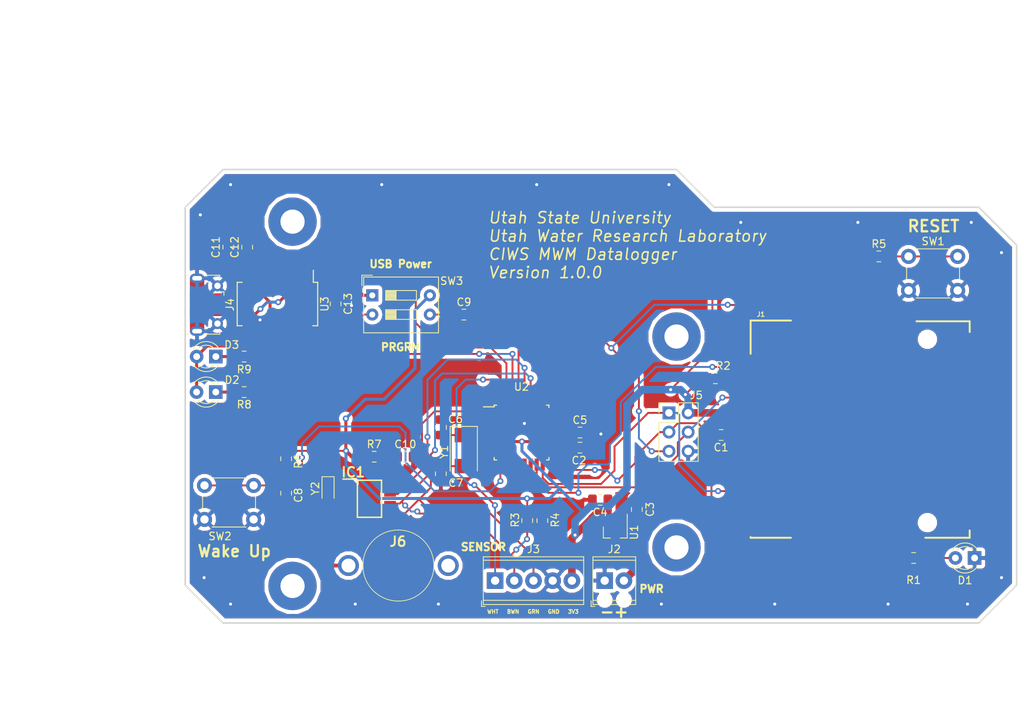
<source format=kicad_pcb>
(kicad_pcb (version 20171130) (host pcbnew "(5.0.2)-1")
  (layers (0 F.Cu signal) (31 B.Cu signal) (34 B.Paste user) (35 F.Paste user) (36 B.SilkS user) (37 F.SilkS user) (38 B.Mask user) (39 F.Mask user) (44 Edge.Cuts user))
  (net 0 "")
  (net 1 GND)
  (net 2 +3V3)
  (net 3 "Net-(C3-Pad1)")
  (net 4 "Net-(C5-Pad1)")
  (net 5 "Net-(C6-Pad2)")
  (net 6 "Net-(C7-Pad2)")
  (net 7 "Net-(C8-Pad1)")
  (net 8 "Net-(C9-Pad1)")
  (net 9 "Net-(C9-Pad2)")
  (net 10 "Net-(C10-Pad1)")
  (net 11 "Net-(D1-Pad2)")
  (net 12 "Net-(IC1-Pad1)")
  (net 13 "Net-(IC1-Pad2)")
  (net 14 "Net-(IC1-Pad3)")
  (net 15 "Net-(IC1-Pad5)")
  (net 16 "Net-(IC1-Pad6)")
  (net 17 "Net-(IC1-Pad7)")
  (net 18 "Net-(J1-Pad1)")
  (net 19 "Net-(J1-Pad2)")
  (net 20 "Net-(J1-Pad5)")
  (net 21 "Net-(J1-Pad7)")
  (net 22 "Net-(J1-Pad8)")
  (net 23 "Net-(J1-Pad9)")
  (net 24 "Net-(J1-PadCD)")
  (net 25 "Net-(J1-PadWP)")
  (net 26 "Net-(J3-Pad1)")
  (net 27 "Net-(J4-Pad4)")
  (net 28 "Net-(J6-Pad2)")
  (net 29 "Net-(U2-Pad2)")
  (net 30 "Net-(U2-Pad10)")
  (net 31 "Net-(U2-Pad11)")
  (net 32 "Net-(U2-Pad12)")
  (net 33 "Net-(U2-Pad13)")
  (net 34 "Net-(U2-Pad19)")
  (net 35 "Net-(U2-Pad22)")
  (net 36 "Net-(U2-Pad23)")
  (net 37 "Net-(U2-Pad24)")
  (net 38 "Net-(U2-Pad25)")
  (net 39 "Net-(U2-Pad26)")
  (net 40 +5V)
  (net 41 "Net-(C13-Pad1)")
  (net 42 "Net-(D2-Pad1)")
  (net 43 "Net-(D3-Pad1)")
  (net 44 "Net-(J4-Pad2)")
  (net 45 "Net-(J4-Pad3)")
  (net 46 "Net-(R8-Pad2)")
  (net 47 "Net-(R9-Pad2)")
  (net 48 "Net-(SW3-Pad2)")
  (net 49 "Net-(U2-Pad31)")
  (net 50 "Net-(U2-Pad30)")
  (net 51 "Net-(U3-Pad3)")
  (net 52 "Net-(U3-Pad6)")
  (net 53 "Net-(U3-Pad9)")
  (net 54 "Net-(U3-Pad10)")
  (net 55 "Net-(U3-Pad12)")
  (net 56 "Net-(U3-Pad13)")
  (net 57 "Net-(U3-Pad14)")
  (net 58 "Net-(U3-Pad19)")
  (net 59 "Net-(U3-Pad27)")
  (net 60 "Net-(U3-Pad28)")
  (module LED_THT:LED_D3.0mm_Clear (layer F.Cu) (at 154.44 156.4 180)
    (fp_text reference D1 (at 1.27 -2.96 180) (layer F.SilkS))
    (fp_text value LED_ALT)
    (pad 1 thru_hole rect (at 0 0 180) (size 1.8 1.8) (drill 0.9) (layers *.Cu *.Mask) (net 1 GND))
    (pad 2 thru_hole circle (at 2.54 0 180) (size 1.8 1.8) (drill 0.9) (layers *.Cu *.Mask) (net 11 "Net-(D1-Pad2)"))
  )
  (module Crystal:Crystal_SMD_2012-2Pin_2.0x1.2mm_HandSoldering (layer F.Cu) (at 68.9 147.3 270)
    (fp_text reference Y2 (at -0.1 1.7 270) (layer F.SilkS))
    (fp_text value 32.768kHz)
    (pad 2 smd rect (at 0.925 0 270) (size 1.05 1.1) (layers F.Cu F.Paste F.Mask) (net 13 "Net-(IC1-Pad2)"))
    (pad 1 smd rect (at -0.925 0 270) (size 1.05 1.1) (layers F.Cu F.Paste F.Mask) (net 12 "Net-(IC1-Pad1)"))
  )
  (module Capacitor_SMD:C_0805_2012Metric_Pad1.15x1.40mm_HandSolder (layer F.Cu) (at 120.9 140.125 180)
    (fp_text reference C1 (at 0 -1.65 180) (layer F.SilkS))
    (fp_text value 1uF)
    (pad 2 smd roundrect (at 1.025 0 180) (size 1.15 1.4) (layers F.Cu F.Paste F.Mask) (roundrect_rratio 0.217391) (net 1 GND))
    (pad 1 smd roundrect (at -1.025 0 180) (size 1.15 1.4) (layers F.Cu F.Paste F.Mask) (roundrect_rratio 0.217391) (net 2 +3V3))
  )
  (module Capacitor_SMD:C_0805_2012Metric_Pad1.15x1.40mm_HandSolder (layer F.Cu) (at 102.225 141.8)
    (fp_text reference C2 (at -0.125 1.7) (layer F.SilkS))
    (fp_text value 0.1uF)
    (pad 2 smd roundrect (at 1.025 0) (size 1.15 1.4) (layers F.Cu F.Paste F.Mask) (roundrect_rratio 0.217391) (net 1 GND))
    (pad 1 smd roundrect (at -1.025 0) (size 1.15 1.4) (layers F.Cu F.Paste F.Mask) (roundrect_rratio 0.217391) (net 2 +3V3))
  )
  (module Capacitor_SMD:C_0805_2012Metric_Pad1.15x1.40mm_HandSolder (layer F.Cu) (at 109.75 149.975 90)
    (fp_text reference C3 (at 0 1.75 90) (layer F.SilkS))
    (fp_text value 1uF)
    (pad 2 smd roundrect (at 1.025 0 90) (size 1.15 1.4) (layers F.Cu F.Paste F.Mask) (roundrect_rratio 0.217391) (net 1 GND))
    (pad 1 smd roundrect (at -1.025 0 90) (size 1.15 1.4) (layers F.Cu F.Paste F.Mask) (roundrect_rratio 0.217391) (net 3 "Net-(C3-Pad1)"))
  )
  (module Capacitor_SMD:C_0805_2012Metric_Pad1.15x1.40mm_HandSolder (layer F.Cu) (at 104.9 148.7 180)
    (fp_text reference C4 (at 0 -1.65 180) (layer F.SilkS))
    (fp_text value 1uF)
    (pad 2 smd roundrect (at 1.025 0 180) (size 1.15 1.4) (layers F.Cu F.Paste F.Mask) (roundrect_rratio 0.217391) (net 1 GND))
    (pad 1 smd roundrect (at -1.025 0 180) (size 1.15 1.4) (layers F.Cu F.Paste F.Mask) (roundrect_rratio 0.217391) (net 2 +3V3))
  )
  (module Capacitor_SMD:C_0805_2012Metric_Pad1.15x1.40mm_HandSolder (layer F.Cu) (at 102.225 139.8)
    (fp_text reference C5 (at 0 -1.65) (layer F.SilkS))
    (fp_text value 0.1uF)
    (pad 2 smd roundrect (at 1.025 0) (size 1.15 1.4) (layers F.Cu F.Paste F.Mask) (roundrect_rratio 0.217391) (net 1 GND))
    (pad 1 smd roundrect (at -1.025 0) (size 1.15 1.4) (layers F.Cu F.Paste F.Mask) (roundrect_rratio 0.217391) (net 4 "Net-(C5-Pad1)"))
  )
  (module Capacitor_SMD:C_0805_2012Metric_Pad1.15x1.40mm_HandSolder (layer F.Cu) (at 83.83 139.115 270)
    (fp_text reference C6 (at -1.085 -1.93) (layer F.SilkS))
    (fp_text value 20pF)
    (pad 2 smd roundrect (at 1.025 0 270) (size 1.15 1.4) (layers F.Cu F.Paste F.Mask) (roundrect_rratio 0.217391) (net 5 "Net-(C6-Pad2)"))
    (pad 1 smd roundrect (at -1.025 0 270) (size 1.15 1.4) (layers F.Cu F.Paste F.Mask) (roundrect_rratio 0.217391) (net 1 GND))
  )
  (module Capacitor_SMD:C_0805_2012Metric_Pad1.15x1.40mm_HandSolder (layer F.Cu) (at 83.82 145.265 90)
    (fp_text reference C7 (at -1.215 1.99 180) (layer F.SilkS))
    (fp_text value 20pF)
    (pad 2 smd roundrect (at 1.025 0 90) (size 1.15 1.4) (layers F.Cu F.Paste F.Mask) (roundrect_rratio 0.217391) (net 6 "Net-(C7-Pad2)"))
    (pad 1 smd roundrect (at -1.025 0 90) (size 1.15 1.4) (layers F.Cu F.Paste F.Mask) (roundrect_rratio 0.217391) (net 1 GND))
  )
  (module Capacitor_SMD:C_0805_2012Metric_Pad1.15x1.40mm_HandSolder (layer F.Cu) (at 63.35 147.825 270)
    (fp_text reference C8 (at 0.275 -1.625 270) (layer F.SilkS))
    (fp_text value 0.1uF)
    (pad 2 smd roundrect (at 1.025 0 270) (size 1.15 1.4) (layers F.Cu F.Paste F.Mask) (roundrect_rratio 0.217391) (net 1 GND))
    (pad 1 smd roundrect (at -1.025 0 270) (size 1.15 1.4) (layers F.Cu F.Paste F.Mask) (roundrect_rratio 0.217391) (net 7 "Net-(C8-Pad1)"))
  )
  (module Capacitor_SMD:C_0805_2012Metric_Pad1.15x1.40mm_HandSolder (layer F.Cu) (at 86.875 124.2)
    (fp_text reference C9 (at 0 -1.65) (layer F.SilkS))
    (fp_text value 0.1uF)
    (pad 2 smd roundrect (at 1.025 0) (size 1.15 1.4) (layers F.Cu F.Paste F.Mask) (roundrect_rratio 0.217391) (net 9 "Net-(C9-Pad2)"))
    (pad 1 smd roundrect (at -1.025 0) (size 1.15 1.4) (layers F.Cu F.Paste F.Mask) (roundrect_rratio 0.217391) (net 8 "Net-(C9-Pad1)"))
  )
  (module Capacitor_SMD:C_0805_2012Metric_Pad1.15x1.40mm_HandSolder (layer F.Cu) (at 79.125 143)
    (fp_text reference C10 (at 0 -1.65) (layer F.SilkS))
    (fp_text value 10uF)
    (pad 2 smd roundrect (at 1.025 0) (size 1.15 1.4) (layers F.Cu F.Paste F.Mask) (roundrect_rratio 0.217391) (net 1 GND))
    (pad 1 smd roundrect (at -1.025 0) (size 1.15 1.4) (layers F.Cu F.Paste F.Mask) (roundrect_rratio 0.217391) (net 10 "Net-(C10-Pad1)"))
  )
  (module SamacSys_Parts:SOIC127P600X175-8N (layer F.Cu) (at 74.375 148.565)
    (fp_text reference IC1 (at -2.15 -3.515) (layer F.SilkS) (effects (font (size 1.27 1.27) (thickness 0.254))))
    (fp_text value PCF8523T_1,118 hide)
    (pad 8 smd rect (at 2.725 -1.905 90) (size 0.7 1.55) (layers F.Cu F.Paste F.Mask) (net 10 "Net-(C10-Pad1)"))
    (pad 7 smd rect (at 2.725 -0.635 90) (size 0.7 1.55) (layers F.Cu F.Paste F.Mask) (net 17 "Net-(IC1-Pad7)"))
    (pad 6 smd rect (at 2.725 0.635 90) (size 0.7 1.55) (layers F.Cu F.Paste F.Mask) (net 16 "Net-(IC1-Pad6)"))
    (pad 5 smd rect (at 2.725 1.905 90) (size 0.7 1.55) (layers F.Cu F.Paste F.Mask) (net 15 "Net-(IC1-Pad5)"))
    (pad 4 smd rect (at -2.725 1.905 90) (size 0.7 1.55) (layers F.Cu F.Paste F.Mask) (net 1 GND))
    (pad 3 smd rect (at -2.725 0.635 90) (size 0.7 1.55) (layers F.Cu F.Paste F.Mask) (net 14 "Net-(IC1-Pad3)"))
    (pad 2 smd rect (at -2.725 -0.635 90) (size 0.7 1.55) (layers F.Cu F.Paste F.Mask) (net 13 "Net-(IC1-Pad2)"))
    (pad 1 smd rect (at -2.725 -1.905 90) (size 0.7 1.55) (layers F.Cu F.Paste F.Mask) (net 12 "Net-(IC1-Pad1)"))
  )
  (module Connectors:SD (layer F.Cu) (at 124.9 139.4)
    (fp_text reference J1 (at 1.27 -15.24) (layer F.SilkS) (effects (font (size 0.6096 0.6096) (thickness 0.127))))
    (fp_text value SD_CARD_SOCKET)
    (pad "" np_thru_hole circle (at 23.29942 12.319) (size 1.5494 1.5494) (drill 1.5494) (layers *.Cu *.Mask))
    (pad "" np_thru_hole circle (at 23.29942 -11.938) (size 1.5494 1.5494) (drill 1.5494) (layers *.Cu *.Mask))
    (pad WP smd rect (at -0.99822 12.99972) (size 1.79832 1.09982) (layers F.Cu F.Paste F.Mask) (net 25 "Net-(J1-PadWP)"))
    (pad SH@2 smd rect (at 21.14804 13.589) (size 1.99898 1.52654) (layers F.Cu F.Paste F.Mask) (net 1 GND))
    (pad SH@1 smd rect (at 19.99996 -14.49578) (size 1.99898 1.39954) (layers F.Cu F.Paste F.Mask) (net 1 GND))
    (pad CD smd rect (at -0.99822 -1.01854) (size 1.79832 0.89916) (layers F.Cu F.Paste F.Mask) (net 24 "Net-(J1-PadCD)"))
    (pad 9 smd rect (at -0.99822 -9.26846) (size 1.79832 0.89916) (layers F.Cu F.Paste F.Mask) (net 23 "Net-(J1-Pad9)"))
    (pad 8 smd rect (at -0.99822 9.84758) (size 1.79832 0.89916) (layers F.Cu F.Paste F.Mask) (net 22 "Net-(J1-Pad8)"))
    (pad 7 smd rect (at -0.99822 8.14832) (size 1.79832 0.89916) (layers F.Cu F.Paste F.Mask) (net 21 "Net-(J1-Pad7)"))
    (pad 6 smd rect (at -0.99822 5.7277) (size 1.79832 0.89916) (layers F.Cu F.Paste F.Mask) (net 1 GND))
    (pad 5 smd rect (at -0.99822 3.22834) (size 1.79832 0.89916) (layers F.Cu F.Paste F.Mask) (net 20 "Net-(J1-Pad5)"))
    (pad 4 smd rect (at -0.99822 0.72898) (size 1.79832 0.89916) (layers F.Cu F.Paste F.Mask) (net 2 +3V3))
    (pad 3 smd rect (at -0.99822 -2.51968) (size 1.79832 0.89916) (layers F.Cu F.Paste F.Mask) (net 1 GND))
    (pad 2 smd rect (at -0.99822 -4.26974) (size 1.79832 0.89916) (layers F.Cu F.Paste F.Mask) (net 19 "Net-(J1-Pad2)"))
    (pad 1 smd rect (at -0.99822 -6.7691) (size 1.79832 0.89916) (layers F.Cu F.Paste F.Mask) (net 18 "Net-(J1-Pad1)"))
  )
  (module TerminalBlock_Phoenix:TerminalBlock_Phoenix_MPT-0,5-2-2.54_1x02_P2.54mm_Horizontal (layer F.Cu) (at 105.5 159.4)
    (fp_text reference J2 (at 1.27 -4.16) (layer F.SilkS))
    (fp_text value Screw_Terminal_01x02)
    (pad "" np_thru_hole circle (at 2.54 2.54) (size 1.1 1.1) (drill 1.1) (layers *.Cu *.Mask))
    (pad 2 thru_hole circle (at 2.54 0) (size 2.2 2.2) (drill 1.1) (layers *.Cu *.Mask) (net 3 "Net-(C3-Pad1)"))
    (pad "" np_thru_hole circle (at 0 2.54) (size 1.1 1.1) (drill 1.1) (layers *.Cu *.Mask))
    (pad 1 thru_hole rect (at 0 0) (size 2.2 2.2) (drill 1.1) (layers *.Cu *.Mask) (net 1 GND))
  )
  (module TerminalBlock_Phoenix:TerminalBlock_Phoenix_MPT-0,5-5-2.54_1x05_P2.54mm_Horizontal (layer F.Cu) (at 91 159.4)
    (fp_text reference J3 (at 5.08 -4.16) (layer F.SilkS))
    (fp_text value Screw_Terminal_01x05)
    (pad 5 thru_hole circle (at 10.16 0) (size 2.2 2.2) (drill 1.1) (layers *.Cu *.Mask) (net 2 +3V3))
    (pad 4 thru_hole circle (at 7.62 0) (size 2.2 2.2) (drill 1.1) (layers *.Cu *.Mask) (net 1 GND))
    (pad 3 thru_hole circle (at 5.08 0) (size 2.2 2.2) (drill 1.1) (layers *.Cu *.Mask) (net 15 "Net-(IC1-Pad5)"))
    (pad 2 thru_hole circle (at 2.54 0) (size 2.2 2.2) (drill 1.1) (layers *.Cu *.Mask) (net 16 "Net-(IC1-Pad6)"))
    (pad 1 thru_hole rect (at 0 0) (size 2.2 2.2) (drill 1.1) (layers *.Cu *.Mask) (net 26 "Net-(J3-Pad1)"))
  )
  (module Connector_PinHeader_2.54mm:PinHeader_2x03_P2.54mm_Vertical (layer F.Cu) (at 114 137.2)
    (fp_text reference J5 (at 3.625 -2.33) (layer F.SilkS))
    (fp_text value "ISP Header")
    (pad 6 thru_hole oval (at 2.54 5.08) (size 1.7 1.7) (drill 1) (layers *.Cu *.Mask) (net 1 GND))
    (pad 5 thru_hole oval (at 0 5.08) (size 1.7 1.7) (drill 1) (layers *.Cu *.Mask) (net 9 "Net-(C9-Pad2)"))
    (pad 4 thru_hole oval (at 2.54 2.54) (size 1.7 1.7) (drill 1) (layers *.Cu *.Mask) (net 19 "Net-(J1-Pad2)"))
    (pad 3 thru_hole oval (at 0 2.54) (size 1.7 1.7) (drill 1) (layers *.Cu *.Mask) (net 20 "Net-(J1-Pad5)"))
    (pad 2 thru_hole oval (at 2.54 0) (size 1.7 1.7) (drill 1) (layers *.Cu *.Mask) (net 2 +3V3))
    (pad 1 thru_hole rect (at 0 0) (size 1.7 1.7) (drill 1) (layers *.Cu *.Mask) (net 21 "Net-(J1-Pad7)"))
  )
  (module SamacSys_Parts:2895 (layer F.Cu) (at 71.6 157.4)
    (fp_text reference J6 (at 6.55 -3.175) (layer F.SilkS) (effects (font (size 1.27 1.27) (thickness 0.254))))
    (fp_text value 2895 hide)
    (pad MP1 smd rect (at 6.6 0 90) (size 3.96 3.96) (layers F.Cu F.Paste F.Mask) (net 1 GND))
    (pad 2 thru_hole circle (at 13.2 0) (size 2.775 2.775) (drill 1.85) (layers *.Cu *.Mask) (net 28 "Net-(J6-Pad2)"))
    (pad 1 thru_hole circle (at 0 0) (size 2.775 2.775) (drill 1.85) (layers *.Cu *.Mask) (net 14 "Net-(IC1-Pad3)"))
  )
  (module Resistor_SMD:R_0805_2012Metric_Pad1.15x1.40mm_HandSolder (layer F.Cu) (at 146.375 156.4)
    (fp_text reference R1 (at 0 2.925) (layer F.SilkS))
    (fp_text value 1k)
    (pad 2 smd roundrect (at 1.025 0) (size 1.15 1.4) (layers F.Cu F.Paste F.Mask) (roundrect_rratio 0.217391) (net 11 "Net-(D1-Pad2)"))
    (pad 1 smd roundrect (at -1.025 0) (size 1.15 1.4) (layers F.Cu F.Paste F.Mask) (roundrect_rratio 0.217391) (net 20 "Net-(J1-Pad5)"))
  )
  (module Resistor_SMD:R_0805_2012Metric_Pad1.15x1.40mm_HandSolder (layer F.Cu) (at 120.15 132.625)
    (fp_text reference R2 (at 1.025 -1.65) (layer F.SilkS))
    (fp_text value 10k)
    (pad 2 smd roundrect (at 1.025 0) (size 1.15 1.4) (layers F.Cu F.Paste F.Mask) (roundrect_rratio 0.217391) (net 18 "Net-(J1-Pad1)"))
    (pad 1 smd roundrect (at -1.025 0) (size 1.15 1.4) (layers F.Cu F.Paste F.Mask) (roundrect_rratio 0.217391) (net 2 +3V3))
  )
  (module Resistor_SMD:R_0805_2012Metric_Pad1.15x1.40mm_HandSolder (layer F.Cu) (at 95.25 151.45 270)
    (fp_text reference R3 (at -0.075 1.6 270) (layer F.SilkS))
    (fp_text value 10k)
    (pad 2 smd roundrect (at 1.025 0 270) (size 1.15 1.4) (layers F.Cu F.Paste F.Mask) (roundrect_rratio 0.217391) (net 16 "Net-(IC1-Pad6)"))
    (pad 1 smd roundrect (at -1.025 0 270) (size 1.15 1.4) (layers F.Cu F.Paste F.Mask) (roundrect_rratio 0.217391) (net 2 +3V3))
  )
  (module Resistor_SMD:R_0805_2012Metric_Pad1.15x1.40mm_HandSolder (layer F.Cu) (at 97.25 151.45 270)
    (fp_text reference R4 (at -0.075 -1.7 270) (layer F.SilkS))
    (fp_text value 10k)
    (pad 2 smd roundrect (at 1.025 0 270) (size 1.15 1.4) (layers F.Cu F.Paste F.Mask) (roundrect_rratio 0.217391) (net 15 "Net-(IC1-Pad5)"))
    (pad 1 smd roundrect (at -1.025 0 270) (size 1.15 1.4) (layers F.Cu F.Paste F.Mask) (roundrect_rratio 0.217391) (net 2 +3V3))
  )
  (module Resistor_SMD:R_0805_2012Metric_Pad1.15x1.40mm_HandSolder (layer F.Cu) (at 141.775 116.5)
    (fp_text reference R5 (at 0 -1.65) (layer F.SilkS))
    (fp_text value 10k)
    (pad 2 smd roundrect (at 1.025 0) (size 1.15 1.4) (layers F.Cu F.Paste F.Mask) (roundrect_rratio 0.217391) (net 9 "Net-(C9-Pad2)"))
    (pad 1 smd roundrect (at -1.025 0) (size 1.15 1.4) (layers F.Cu F.Paste F.Mask) (roundrect_rratio 0.217391) (net 2 +3V3))
  )
  (module Resistor_SMD:R_0805_2012Metric_Pad1.15x1.40mm_HandSolder (layer F.Cu) (at 63.35 143.275 270)
    (fp_text reference R6 (at 0.325 -1.625 270) (layer F.SilkS))
    (fp_text value 10k)
    (pad 2 smd roundrect (at 1.025 0 270) (size 1.15 1.4) (layers F.Cu F.Paste F.Mask) (roundrect_rratio 0.217391) (net 7 "Net-(C8-Pad1)"))
    (pad 1 smd roundrect (at -1.025 0 270) (size 1.15 1.4) (layers F.Cu F.Paste F.Mask) (roundrect_rratio 0.217391) (net 2 +3V3))
  )
  (module Resistor_SMD:R_0805_2012Metric_Pad1.15x1.40mm_HandSolder (layer F.Cu) (at 75 143)
    (fp_text reference R7 (at 0 -1.65) (layer F.SilkS))
    (fp_text value 10k)
    (pad 2 smd roundrect (at 1.025 0) (size 1.15 1.4) (layers F.Cu F.Paste F.Mask) (roundrect_rratio 0.217391) (net 10 "Net-(C10-Pad1)"))
    (pad 1 smd roundrect (at -1.025 0) (size 1.15 1.4) (layers F.Cu F.Paste F.Mask) (roundrect_rratio 0.217391) (net 2 +3V3))
  )
  (module Button_Switch_THT:SW_PUSH_6mm (layer F.Cu) (at 145.7 116.5)
    (fp_text reference SW1 (at 3.25 -2) (layer F.SilkS))
    (fp_text value SW_Push)
    (pad 1 thru_hole circle (at 6.5 0 90) (size 2 2) (drill 1.1) (layers *.Cu *.Mask) (net 9 "Net-(C9-Pad2)"))
    (pad 2 thru_hole circle (at 6.5 4.5 90) (size 2 2) (drill 1.1) (layers *.Cu *.Mask) (net 1 GND))
    (pad 1 thru_hole circle (at 0 0 90) (size 2 2) (drill 1.1) (layers *.Cu *.Mask) (net 9 "Net-(C9-Pad2)"))
    (pad 2 thru_hole circle (at 0 4.5 90) (size 2 2) (drill 1.1) (layers *.Cu *.Mask) (net 1 GND))
  )
  (module Button_Switch_THT:SW_PUSH_6mm (layer F.Cu) (at 52.55 146.8)
    (fp_text reference SW2 (at 2.05 6.725) (layer F.SilkS))
    (fp_text value SW_Push)
    (pad 1 thru_hole circle (at 6.5 0 90) (size 2 2) (drill 1.1) (layers *.Cu *.Mask) (net 7 "Net-(C8-Pad1)"))
    (pad 2 thru_hole circle (at 6.5 4.5 90) (size 2 2) (drill 1.1) (layers *.Cu *.Mask) (net 1 GND))
    (pad 1 thru_hole circle (at 0 0 90) (size 2 2) (drill 1.1) (layers *.Cu *.Mask) (net 7 "Net-(C8-Pad1)"))
    (pad 2 thru_hole circle (at 0 4.5 90) (size 2 2) (drill 1.1) (layers *.Cu *.Mask) (net 1 GND))
  )
  (module Package_QFP:TQFP-32_7x7mm_P0.8mm (layer F.Cu) (at 94.5 139.8)
    (fp_text reference U2 (at 0 -6.05) (layer F.SilkS))
    (fp_text value ATmega328P-AU)
    (pad 32 smd rect (at -2.8 -4.25 90) (size 1.6 0.55) (layers F.Cu F.Paste F.Mask) (net 26 "Net-(J3-Pad1)"))
    (pad 31 smd rect (at -2 -4.25 90) (size 1.6 0.55) (layers F.Cu F.Paste F.Mask) (net 49 "Net-(U2-Pad31)"))
    (pad 30 smd rect (at -1.2 -4.25 90) (size 1.6 0.55) (layers F.Cu F.Paste F.Mask) (net 50 "Net-(U2-Pad30)"))
    (pad 29 smd rect (at -0.4 -4.25 90) (size 1.6 0.55) (layers F.Cu F.Paste F.Mask) (net 9 "Net-(C9-Pad2)"))
    (pad 28 smd rect (at 0.4 -4.25 90) (size 1.6 0.55) (layers F.Cu F.Paste F.Mask) (net 16 "Net-(IC1-Pad6)"))
    (pad 27 smd rect (at 1.2 -4.25 90) (size 1.6 0.55) (layers F.Cu F.Paste F.Mask) (net 15 "Net-(IC1-Pad5)"))
    (pad 26 smd rect (at 2 -4.25 90) (size 1.6 0.55) (layers F.Cu F.Paste F.Mask) (net 39 "Net-(U2-Pad26)"))
    (pad 25 smd rect (at 2.8 -4.25 90) (size 1.6 0.55) (layers F.Cu F.Paste F.Mask) (net 38 "Net-(U2-Pad25)"))
    (pad 24 smd rect (at 4.25 -2.8) (size 1.6 0.55) (layers F.Cu F.Paste F.Mask) (net 37 "Net-(U2-Pad24)"))
    (pad 23 smd rect (at 4.25 -2) (size 1.6 0.55) (layers F.Cu F.Paste F.Mask) (net 36 "Net-(U2-Pad23)"))
    (pad 22 smd rect (at 4.25 -1.2) (size 1.6 0.55) (layers F.Cu F.Paste F.Mask) (net 35 "Net-(U2-Pad22)"))
    (pad 21 smd rect (at 4.25 -0.4) (size 1.6 0.55) (layers F.Cu F.Paste F.Mask) (net 1 GND))
    (pad 20 smd rect (at 4.25 0.4) (size 1.6 0.55) (layers F.Cu F.Paste F.Mask) (net 4 "Net-(C5-Pad1)"))
    (pad 19 smd rect (at 4.25 1.2) (size 1.6 0.55) (layers F.Cu F.Paste F.Mask) (net 34 "Net-(U2-Pad19)"))
    (pad 18 smd rect (at 4.25 2) (size 1.6 0.55) (layers F.Cu F.Paste F.Mask) (net 2 +3V3))
    (pad 17 smd rect (at 4.25 2.8) (size 1.6 0.55) (layers F.Cu F.Paste F.Mask) (net 20 "Net-(J1-Pad5)"))
    (pad 16 smd rect (at 2.8 4.25 90) (size 1.6 0.55) (layers F.Cu F.Paste F.Mask) (net 21 "Net-(J1-Pad7)"))
    (pad 15 smd rect (at 2 4.25 90) (size 1.6 0.55) (layers F.Cu F.Paste F.Mask) (net 19 "Net-(J1-Pad2)"))
    (pad 14 smd rect (at 1.2 4.25 90) (size 1.6 0.55) (layers F.Cu F.Paste F.Mask) (net 18 "Net-(J1-Pad1)"))
    (pad 13 smd rect (at 0.4 4.25 90) (size 1.6 0.55) (layers F.Cu F.Paste F.Mask) (net 33 "Net-(U2-Pad13)"))
    (pad 12 smd rect (at -0.4 4.25 90) (size 1.6 0.55) (layers F.Cu F.Paste F.Mask) (net 32 "Net-(U2-Pad12)"))
    (pad 11 smd rect (at -1.2 4.25 90) (size 1.6 0.55) (layers F.Cu F.Paste F.Mask) (net 31 "Net-(U2-Pad11)"))
    (pad 10 smd rect (at -2 4.25 90) (size 1.6 0.55) (layers F.Cu F.Paste F.Mask) (net 30 "Net-(U2-Pad10)"))
    (pad 9 smd rect (at -2.8 4.25 90) (size 1.6 0.55) (layers F.Cu F.Paste F.Mask) (net 7 "Net-(C8-Pad1)"))
    (pad 8 smd rect (at -4.25 2.8) (size 1.6 0.55) (layers F.Cu F.Paste F.Mask) (net 6 "Net-(C7-Pad2)"))
    (pad 7 smd rect (at -4.25 2) (size 1.6 0.55) (layers F.Cu F.Paste F.Mask) (net 5 "Net-(C6-Pad2)"))
    (pad 6 smd rect (at -4.25 1.2) (size 1.6 0.55) (layers F.Cu F.Paste F.Mask) (net 2 +3V3))
    (pad 5 smd rect (at -4.25 0.4) (size 1.6 0.55) (layers F.Cu F.Paste F.Mask) (net 1 GND))
    (pad 4 smd rect (at -4.25 -0.4) (size 1.6 0.55) (layers F.Cu F.Paste F.Mask) (net 2 +3V3))
    (pad 3 smd rect (at -4.25 -1.2) (size 1.6 0.55) (layers F.Cu F.Paste F.Mask) (net 1 GND))
    (pad 2 smd rect (at -4.25 -2) (size 1.6 0.55) (layers F.Cu F.Paste F.Mask) (net 29 "Net-(U2-Pad2)"))
    (pad 1 smd rect (at -4.25 -2.8) (size 1.6 0.55) (layers F.Cu F.Paste F.Mask) (net 17 "Net-(IC1-Pad7)"))
  )
  (module MountingHole:MountingHole_3.2mm_M3_Pad (layer F.Cu) (at 115 155)
    (fp_text reference REF**)
    (fp_text value MountingHole_3.2mm_M3_Pad)
    (pad 1 thru_hole circle (at 0 0) (size 6.4 6.4) (drill 3.2) (layers *.Cu *.Mask))
  )
  (module MountingHole:MountingHole_3.2mm_M3_Pad (layer F.Cu) (at 115 127.1)
    (fp_text reference REF**)
    (fp_text value MountingHole_3.2mm_M3_Pad)
    (pad 1 thru_hole circle (at 0 0) (size 6.4 6.4) (drill 3.2) (layers *.Cu *.Mask))
  )
  (module MountingHole:MountingHole_3.2mm_M3_Pad (layer F.Cu) (at 64.2 160.1)
    (fp_text reference REF**)
    (fp_text value MountingHole_3.2mm_M3_Pad)
    (pad 1 thru_hole circle (at 0 0) (size 6.4 6.4) (drill 3.2) (layers *.Cu *.Mask))
  )
  (module MountingHole:MountingHole_3.2mm_M3_Pad (layer F.Cu) (at 64.2 111.9)
    (fp_text reference REF**)
    (fp_text value MountingHole_3.2mm_M3_Pad)
    (pad 1 thru_hole circle (at 0 0) (size 6.4 6.4) (drill 3.2) (layers *.Cu *.Mask))
  )
  (module Capacitor_SMD:C_0805_2012Metric_Pad1.15x1.40mm_HandSolder (layer F.Cu) (at 55.7 115.275 90)
    (fp_text reference C11 (at 0 -1.65 90) (layer F.SilkS))
    (fp_text value 0.1uF)
    (pad 2 smd roundrect (at 1.025 0 90) (size 1.15 1.4) (layers F.Cu F.Paste F.Mask) (roundrect_rratio 0.217391) (net 1 GND))
    (pad 1 smd roundrect (at -1.025 0 90) (size 1.15 1.4) (layers F.Cu F.Paste F.Mask) (roundrect_rratio 0.217391) (net 40 +5V))
  )
  (module Capacitor_SMD:C_0805_2012Metric_Pad1.15x1.40mm_HandSolder (layer F.Cu) (at 58.2 115.275 90)
    (fp_text reference C12 (at 0 -1.65 90) (layer F.SilkS))
    (fp_text value 10uF)
    (pad 1 smd roundrect (at -1.025 0 90) (size 1.15 1.4) (layers F.Cu F.Paste F.Mask) (roundrect_rratio 0.217391) (net 40 +5V))
    (pad 2 smd roundrect (at 1.025 0 90) (size 1.15 1.4) (layers F.Cu F.Paste F.Mask) (roundrect_rratio 0.217391) (net 1 GND))
  )
  (module Capacitor_SMD:C_0805_2012Metric_Pad1.15x1.40mm_HandSolder (layer F.Cu) (at 69.9 122.775 270)
    (fp_text reference C13 (at 0 -1.65 270) (layer F.SilkS))
    (fp_text value 0.1uF)
    (pad 1 smd roundrect (at -1.025 0 270) (size 1.15 1.4) (layers F.Cu F.Paste F.Mask) (roundrect_rratio 0.217391) (net 41 "Net-(C13-Pad1)"))
    (pad 2 smd roundrect (at 1.025 0 270) (size 1.15 1.4) (layers F.Cu F.Paste F.Mask) (roundrect_rratio 0.217391) (net 1 GND))
  )
  (module LED_THT:LED_D3.0mm_Clear (layer F.Cu) (at 54.04 134.45 180)
    (fp_text reference D2 (at -2.16 1.6 180) (layer F.SilkS))
    (fp_text value LED_ALT)
    (pad 2 thru_hole circle (at 2.54 0 180) (size 1.8 1.8) (drill 0.9) (layers *.Cu *.Mask) (net 40 +5V))
    (pad 1 thru_hole rect (at 0 0 180) (size 1.8 1.8) (drill 0.9) (layers *.Cu *.Mask) (net 42 "Net-(D2-Pad1)"))
  )
  (module LED_THT:LED_D3.0mm_Clear (layer F.Cu) (at 54.05 129.75 180)
    (fp_text reference D3 (at -2.1 1.55 180) (layer F.SilkS))
    (fp_text value LED_ALT)
    (pad 1 thru_hole rect (at 0 0 180) (size 1.8 1.8) (drill 0.9) (layers *.Cu *.Mask) (net 43 "Net-(D3-Pad1)"))
    (pad 2 thru_hole circle (at 2.54 0 180) (size 1.8 1.8) (drill 0.9) (layers *.Cu *.Mask) (net 40 +5V))
  )
  (module Connector_USB:USB_Micro-B_Molex-105017-0001 (layer F.Cu) (at 52.8075 122.89 270)
    (fp_text reference J4 (at 0 -3.1125 270) (layer F.SilkS))
    (fp_text value USB_B_Micro)
    (pad 6 smd rect (at 1 1.2375 270) (size 1.5 1.9) (layers F.Cu F.Paste F.Mask) (net 1 GND))
    (pad 6 thru_hole circle (at -2.5 -1.4625 270) (size 1.45 1.45) (drill 0.85) (layers *.Cu *.Mask) (net 1 GND))
    (pad 2 smd rect (at -0.65 -1.4625 270) (size 0.4 1.35) (layers F.Cu F.Paste F.Mask) (net 44 "Net-(J4-Pad2)"))
    (pad 1 smd rect (at -1.3 -1.4625 270) (size 0.4 1.35) (layers F.Cu F.Paste F.Mask) (net 40 +5V))
    (pad 5 smd rect (at 1.3 -1.4625 270) (size 0.4 1.35) (layers F.Cu F.Paste F.Mask) (net 1 GND))
    (pad 4 smd rect (at 0.65 -1.4625 270) (size 0.4 1.35) (layers F.Cu F.Paste F.Mask) (net 27 "Net-(J4-Pad4)"))
    (pad 3 smd rect (at 0 -1.4625 270) (size 0.4 1.35) (layers F.Cu F.Paste F.Mask) (net 45 "Net-(J4-Pad3)"))
    (pad 6 thru_hole circle (at 2.5 -1.4625 270) (size 1.45 1.45) (drill 0.85) (layers *.Cu *.Mask) (net 1 GND))
    (pad 6 smd rect (at -1 1.2375 270) (size 1.5 1.9) (layers F.Cu F.Paste F.Mask) (net 1 GND))
    (pad 6 thru_hole oval (at -3.5 1.2375 90) (size 1.2 1.9) (drill oval 0.6 1.3) (layers *.Cu *.Mask) (net 1 GND))
    (pad 6 thru_hole oval (at 3.5 1.2375 270) (size 1.2 1.9) (drill oval 0.6 1.3) (layers *.Cu *.Mask) (net 1 GND))
    (pad 6 smd rect (at 2.9 1.2375 270) (size 1.2 1.9) (layers F.Cu F.Mask) (net 1 GND))
    (pad 6 smd rect (at -2.9 1.2375 270) (size 1.2 1.9) (layers F.Cu F.Mask) (net 1 GND))
  )
  (module Resistor_SMD:R_0805_2012Metric_Pad1.15x1.40mm_HandSolder (layer F.Cu) (at 57.8 134.45)
    (fp_text reference R8 (at 0 1.65) (layer F.SilkS))
    (fp_text value 1k)
    (pad 2 smd roundrect (at 1.025 0) (size 1.15 1.4) (layers F.Cu F.Paste F.Mask) (roundrect_rratio 0.217391) (net 46 "Net-(R8-Pad2)"))
    (pad 1 smd roundrect (at -1.025 0) (size 1.15 1.4) (layers F.Cu F.Paste F.Mask) (roundrect_rratio 0.217391) (net 42 "Net-(D2-Pad1)"))
  )
  (module Resistor_SMD:R_0805_2012Metric_Pad1.15x1.40mm_HandSolder (layer F.Cu) (at 57.8 129.75)
    (fp_text reference R9 (at 0 1.7) (layer F.SilkS))
    (fp_text value 1k)
    (pad 1 smd roundrect (at -1.025 0) (size 1.15 1.4) (layers F.Cu F.Paste F.Mask) (roundrect_rratio 0.217391) (net 43 "Net-(D3-Pad1)"))
    (pad 2 smd roundrect (at 1.025 0) (size 1.15 1.4) (layers F.Cu F.Paste F.Mask) (roundrect_rratio 0.217391) (net 47 "Net-(R9-Pad2)"))
  )
  (module Button_Switch_THT:SW_DIP_SPSTx02_Slide_9.78x7.26mm_W7.62mm_P2.54mm (layer F.Cu) (at 74.75 121.65)
    (fp_text reference SW3 (at 10.5 -1.9) (layer F.SilkS))
    (fp_text value SW_DIP_x02)
    (pad 1 thru_hole rect (at 0 0) (size 1.6 1.6) (drill 0.8) (layers *.Cu *.Mask) (net 41 "Net-(C13-Pad1)"))
    (pad 3 thru_hole oval (at 7.62 2.54) (size 1.6 1.6) (drill 0.8) (layers *.Cu *.Mask) (net 8 "Net-(C9-Pad1)"))
    (pad 2 thru_hole oval (at 0 2.54) (size 1.6 1.6) (drill 0.8) (layers *.Cu *.Mask) (net 48 "Net-(SW3-Pad2)"))
    (pad 4 thru_hole oval (at 7.62 0) (size 1.6 1.6) (drill 0.8) (layers *.Cu *.Mask) (net 2 +3V3))
  )
  (module Package_TO_SOT_SMD:SOT-23_Handsoldering (layer F.Cu) (at 106.9 153 270)
    (fp_text reference U1 (at 0 -2.5 270) (layer F.SilkS))
    (fp_text value MCP1703A-3302_SOT23)
    (pad 1 smd rect (at -1.5 -0.95 270) (size 1.9 0.8) (layers F.Cu F.Paste F.Mask) (net 1 GND))
    (pad 2 smd rect (at -1.5 0.95 270) (size 1.9 0.8) (layers F.Cu F.Paste F.Mask) (net 2 +3V3))
    (pad 3 smd rect (at 1.5 0 270) (size 1.9 0.8) (layers F.Cu F.Paste F.Mask) (net 3 "Net-(C3-Pad1)"))
  )
  (module Package_SO:SSOP-28_5.3x10.2mm_P0.65mm (layer F.Cu) (at 62.2 122.8 270)
    (fp_text reference U3 (at 0 -6.25 270) (layer F.SilkS))
    (fp_text value FT232RL)
    (pad 1 smd rect (at -3.6 -4.225 270) (size 1.75 0.45) (layers F.Cu F.Paste F.Mask) (net 50 "Net-(U2-Pad30)"))
    (pad 2 smd rect (at -3.6 -3.575 270) (size 1.75 0.45) (layers F.Cu F.Paste F.Mask) (net 48 "Net-(SW3-Pad2)"))
    (pad 3 smd rect (at -3.6 -2.925 270) (size 1.75 0.45) (layers F.Cu F.Paste F.Mask) (net 51 "Net-(U3-Pad3)"))
    (pad 4 smd rect (at -3.6 -2.275 270) (size 1.75 0.45) (layers F.Cu F.Paste F.Mask) (net 41 "Net-(C13-Pad1)"))
    (pad 5 smd rect (at -3.6 -1.625 270) (size 1.75 0.45) (layers F.Cu F.Paste F.Mask) (net 49 "Net-(U2-Pad31)"))
    (pad 6 smd rect (at -3.6 -0.975 270) (size 1.75 0.45) (layers F.Cu F.Paste F.Mask) (net 52 "Net-(U3-Pad6)"))
    (pad 7 smd rect (at -3.6 -0.325 270) (size 1.75 0.45) (layers F.Cu F.Paste F.Mask) (net 1 GND))
    (pad 8 smd rect (at -3.6 0.325 270) (size 1.75 0.45) (layers F.Cu F.Paste F.Mask))
    (pad 9 smd rect (at -3.6 0.975 270) (size 1.75 0.45) (layers F.Cu F.Paste F.Mask) (net 53 "Net-(U3-Pad9)"))
    (pad 10 smd rect (at -3.6 1.625 270) (size 1.75 0.45) (layers F.Cu F.Paste F.Mask) (net 54 "Net-(U3-Pad10)"))
    (pad 11 smd rect (at -3.6 2.275 270) (size 1.75 0.45) (layers F.Cu F.Paste F.Mask) (net 1 GND))
    (pad 12 smd rect (at -3.6 2.925 270) (size 1.75 0.45) (layers F.Cu F.Paste F.Mask) (net 55 "Net-(U3-Pad12)"))
    (pad 13 smd rect (at -3.6 3.575 270) (size 1.75 0.45) (layers F.Cu F.Paste F.Mask) (net 56 "Net-(U3-Pad13)"))
    (pad 14 smd rect (at -3.6 4.225 270) (size 1.75 0.45) (layers F.Cu F.Paste F.Mask) (net 57 "Net-(U3-Pad14)"))
    (pad 15 smd rect (at 3.6 4.225 270) (size 1.75 0.45) (layers F.Cu F.Paste F.Mask) (net 45 "Net-(J4-Pad3)"))
    (pad 16 smd rect (at 3.6 3.575 270) (size 1.75 0.45) (layers F.Cu F.Paste F.Mask) (net 44 "Net-(J4-Pad2)"))
    (pad 17 smd rect (at 3.6 2.925 270) (size 1.75 0.45) (layers F.Cu F.Paste F.Mask) (net 41 "Net-(C13-Pad1)"))
    (pad 18 smd rect (at 3.6 2.275 270) (size 1.75 0.45) (layers F.Cu F.Paste F.Mask) (net 1 GND))
    (pad 19 smd rect (at 3.6 1.625 270) (size 1.75 0.45) (layers F.Cu F.Paste F.Mask) (net 58 "Net-(U3-Pad19)"))
    (pad 20 smd rect (at 3.6 0.975 270) (size 1.75 0.45) (layers F.Cu F.Paste F.Mask) (net 40 +5V))
    (pad 21 smd rect (at 3.6 0.325 270) (size 1.75 0.45) (layers F.Cu F.Paste F.Mask) (net 1 GND))
    (pad 22 smd rect (at 3.6 -0.325 270) (size 1.75 0.45) (layers F.Cu F.Paste F.Mask) (net 47 "Net-(R9-Pad2)"))
    (pad 23 smd rect (at 3.6 -0.975 270) (size 1.75 0.45) (layers F.Cu F.Paste F.Mask) (net 46 "Net-(R8-Pad2)"))
    (pad 24 smd rect (at 3.6 -1.625 270) (size 1.75 0.45) (layers F.Cu F.Paste F.Mask))
    (pad 25 smd rect (at 3.6 -2.275 270) (size 1.75 0.45) (layers F.Cu F.Paste F.Mask) (net 1 GND))
    (pad 26 smd rect (at 3.6 -2.925 270) (size 1.75 0.45) (layers F.Cu F.Paste F.Mask) (net 1 GND))
    (pad 27 smd rect (at 3.6 -3.575 270) (size 1.75 0.45) (layers F.Cu F.Paste F.Mask) (net 59 "Net-(U3-Pad27)"))
    (pad 28 smd rect (at 3.6 -4.225 270) (size 1.75 0.45) (layers F.Cu F.Paste F.Mask) (net 60 "Net-(U3-Pad28)"))
  )
  (module Crystal:Crystal_SMD_Abracon_ABM3-2Pin_5.0x3.2mm (layer F.Cu) (at 86.85 142.19 270)
    (fp_text reference Y1 (at 0.18 2.59 270) (layer F.SilkS))
    (fp_text value 8MHz)
    (pad 1 smd rect (at -2.05 0 270) (size 1.9 2.4) (layers F.Cu F.Paste F.Mask) (net 5 "Net-(C6-Pad2)"))
    (pad 2 smd rect (at 2.05 0 270) (size 1.9 2.4) (layers F.Cu F.Paste F.Mask) (net 6 "Net-(C7-Pad2)"))
  )
  (gr_text PRGRM (at 78.5 128.5) (layer F.SilkS) (effects (font (size 1 1) (thickness 0.25))))
  (gr_text "USB Power" (at 78.5 117.5) (layer F.SilkS) (effects (font (size 1 1) (thickness 0.25))))
  (gr_text -+ (at 106.75 163.5) (layer F.SilkS) (effects (font (size 1.5 1.5) (thickness 0.3))))
  (gr_text "WHT   BWN   GRN   GND   3V3" (at 96 163.5) (layer F.SilkS) (effects (font (size 0.5 0.5) (thickness 0.125))))
  (gr_text SENSOR (at 89.46 154.94) (layer F.SilkS) (effects (font (size 1 1) (thickness 0.25))))
  (gr_text PWR (at 111.7 160.49) (layer F.SilkS) (effects (font (size 1 1) (thickness 0.25))))
  (gr_text "Wake Up" (at 56.5 155.5) (layer F.SilkS) (effects (font (size 1.5 1.5) (thickness 0.3))))
  (gr_text RESET (at 149 112.5) (layer F.SilkS) (effects (font (size 1.5 1.5) (thickness 0.3))))
  (gr_text "Utah State University\nUtah Water Research Laboratory\nCIWS MWM Datalogger\nVersion 1.0.0" (at 90 115) (layer F.SilkS) (effects (font (size 1.5 1.5) (thickness 0.2) italic) (justify left)))
  (gr_line (start 115 105) (end 55 105) (layer Edge.Cuts) (width 0.2))
  (gr_line (start 120 110) (end 115 105) (layer Edge.Cuts) (width 0.2))
  (gr_line (start 155 110) (end 120 110) (layer Edge.Cuts) (width 0.2))
  (gr_line (start 160 115) (end 155 110) (layer Edge.Cuts) (width 0.2))
  (gr_line (start 160 160) (end 160 115) (layer Edge.Cuts) (width 0.2))
  (gr_line (start 155 165) (end 160 160) (layer Edge.Cuts) (width 0.2))
  (gr_line (start 55 165) (end 155 165) (layer Edge.Cuts) (width 0.2))
  (gr_line (start 50 160) (end 55 165) (layer Edge.Cuts) (width 0.2))
  (gr_line (start 50 110) (end 50 160) (layer Edge.Cuts) (width 0.2))
  (gr_line (start 55 105) (end 50 110) (layer Edge.Cuts) (width 0.2))
  (segment (start 96.725 139.4) (end 98.75 139.4) (width 0.25) (layer F.Cu) (net 1))
  (segment (start 90.25 138.6) (end 94.875 138.6) (width 0.25) (layer F.Cu) (net 1))
  (segment (start 95.925 138.6) (end 96.725 139.4) (width 0.25) (layer F.Cu) (net 1))
  (segment (start 94.875 138.6) (end 95.925 138.6) (width 0.25) (layer F.Cu) (net 1))
  (via (at 94.875 138.6) (size 0.8) (drill 0.4) (layers F.Cu B.Cu) (net 1))
  (via (at 105 140) (size 0.8) (drill 0.4) (layers F.Cu B.Cu) (net 1))
  (via (at 72 123) (size 0.8) (drill 0.4) (layers F.Cu B.Cu) (net 1))
  (via (at 59.9 124.9) (size 0.8) (drill 0.4) (layers F.Cu B.Cu) (net 1))
  (segment (start 59.925 124.925) (end 59.9 124.9) (width 0.25) (layer F.Cu) (net 1))
  (segment (start 59.925 126.4) (end 59.925 124.925) (width 0.25) (layer F.Cu) (net 1))
  (segment (start 61.875 125.275) (end 61.88 125.27) (width 0.25) (layer F.Cu) (net 1))
  (segment (start 61.875 126.4) (end 61.875 125.275) (width 0.25) (layer F.Cu) (net 1))
  (segment (start 54.3625 124.2) (end 55.2875 124.2) (width 0.25) (layer F.Cu) (net 1))
  (segment (start 59.925 119.2) (end 59.925 117.075) (width 0.25) (layer F.Cu) (net 1))
  (segment (start 62.525 118.075) (end 62.525 119.2) (width 0.25) (layer F.Cu) (net 1))
  (segment (start 61.525 117.075) (end 62.525 118.075) (width 0.25) (layer F.Cu) (net 1))
  (segment (start 59.925 117.075) (end 61.525 117.075) (width 0.25) (layer F.Cu) (net 1))
  (segment (start 61.875 125.275) (end 61.875 125.125) (width 0.25) (layer F.Cu) (net 1))
  (segment (start 61.875 125.125) (end 63 124) (width 0.25) (layer F.Cu) (net 1))
  (segment (start 64.475 125.275) (end 64.16 124.96) (width 0.25) (layer F.Cu) (net 1))
  (segment (start 64.475 126.4) (end 64.475 125.275) (width 0.25) (layer F.Cu) (net 1))
  (segment (start 65.125 126.4) (end 65.125 124.575) (width 0.25) (layer F.Cu) (net 1))
  (segment (start 89.2 138.6) (end 88.81 138.21) (width 0.25) (layer F.Cu) (net 1))
  (segment (start 90.25 138.6) (end 89.2 138.6) (width 0.25) (layer F.Cu) (net 1))
  (segment (start 89.389998 140.2) (end 88.77 139.580002) (width 0.25) (layer F.Cu) (net 1))
  (segment (start 90.25 140.2) (end 89.389998 140.2) (width 0.25) (layer F.Cu) (net 1))
  (segment (start 88.77 138.63) (end 88.35 138.21) (width 0.25) (layer F.Cu) (net 1))
  (segment (start 88.77 139.580002) (end 88.77 138.63) (width 0.25) (layer F.Cu) (net 1))
  (segment (start 88.81 138.21) (end 88.35 138.21) (width 0.25) (layer F.Cu) (net 1))
  (segment (start 88.35 138.21) (end 87.89 138.21) (width 0.25) (layer F.Cu) (net 1))
  (via (at 85.39 146.27) (size 0.8) (drill 0.4) (layers F.Cu B.Cu) (net 1))
  (via (at 52.5 159) (size 0.8) (drill 0.4) (layers F.Cu B.Cu) (net 1))
  (via (at 56 162.5) (size 0.8) (drill 0.4) (layers F.Cu B.Cu) (net 1))
  (via (at 72.5 162.5) (size 0.8) (drill 0.4) (layers F.Cu B.Cu) (net 1))
  (via (at 83.5 162.5) (size 0.8) (drill 0.4) (layers F.Cu B.Cu) (net 1))
  (via (at 113 162.5) (size 0.8) (drill 0.4) (layers F.Cu B.Cu) (net 1))
  (via (at 128 162.5) (size 0.8) (drill 0.4) (layers F.Cu B.Cu) (net 1))
  (via (at 143 162.5) (size 0.8) (drill 0.4) (layers F.Cu B.Cu) (net 1))
  (via (at 153.5 162.5) (size 0.8) (drill 0.4) (layers F.Cu B.Cu) (net 1))
  (via (at 158 159) (size 0.8) (drill 0.4) (layers F.Cu B.Cu) (net 1))
  (via (at 158 116) (size 0.8) (drill 0.4) (layers F.Cu B.Cu) (net 1))
  (via (at 154 112) (size 0.8) (drill 0.4) (layers F.Cu B.Cu) (net 1))
  (via (at 139 112) (size 0.8) (drill 0.4) (layers F.Cu B.Cu) (net 1))
  (via (at 123.5 112) (size 0.8) (drill 0.4) (layers F.Cu B.Cu) (net 1))
  (via (at 114 107) (size 0.8) (drill 0.4) (layers F.Cu B.Cu) (net 1))
  (via (at 96.5 107) (size 0.8) (drill 0.4) (layers F.Cu B.Cu) (net 1))
  (via (at 76 107) (size 0.8) (drill 0.4) (layers F.Cu B.Cu) (net 1))
  (via (at 56 107) (size 0.8) (drill 0.4) (layers F.Cu B.Cu) (net 1))
  (via (at 52 111) (size 0.8) (drill 0.4) (layers F.Cu B.Cu) (net 1))
  (segment (start 123.8978 140.125) (end 123.90178 140.12898) (width 1) (layer F.Cu) (net 2))
  (segment (start 121.925 140.125) (end 123.8978 140.125) (width 1) (layer F.Cu) (net 2))
  (segment (start 116.54 137.2) (end 121.1 137.2) (width 1) (layer F.Cu) (net 2))
  (segment (start 121.925 138.025) (end 121.925 140.125) (width 1) (layer F.Cu) (net 2))
  (segment (start 121.1 137.2) (end 121.925 138.025) (width 1) (layer F.Cu) (net 2))
  (segment (start 73.3 143) (end 73.975 143) (width 0.5) (layer F.Cu) (net 2))
  (segment (start 72.05 143) (end 73.3 143) (width 0.5) (layer F.Cu) (net 2))
  (segment (start 71.275 142.225) (end 72.05 143) (width 0.5) (layer F.Cu) (net 2))
  (via (at 101.575 153.375) (size 0.8) (drill 0.4) (layers F.Cu B.Cu) (net 2))
  (segment (start 101.575 153.375) (end 101.575 151.55) (width 1) (layer B.Cu) (net 2))
  (segment (start 116.54 135.14) (end 116.54 137.2) (width 1) (layer B.Cu) (net 2))
  (segment (start 103.55 149.575) (end 106.025 149.575) (width 1) (layer B.Cu) (net 2))
  (segment (start 106.025 149.575) (end 108.45 147.15) (width 1) (layer B.Cu) (net 2))
  (segment (start 108.45 147.15) (end 108.45 136.15) (width 1) (layer B.Cu) (net 2))
  (segment (start 108.45 136.15) (end 110.475 134.125) (width 1) (layer B.Cu) (net 2))
  (segment (start 98.75 141.8) (end 101.2 141.8) (width 0.4) (layer F.Cu) (net 2))
  (segment (start 91.45 141) (end 90.25 141) (width 0.4) (layer F.Cu) (net 2))
  (segment (start 97.55 141.8) (end 96.75 141) (width 0.4) (layer F.Cu) (net 2))
  (segment (start 98.75 141.8) (end 97.55 141.8) (width 0.4) (layer F.Cu) (net 2))
  (segment (start 92.475 140.425) (end 92.475 141) (width 0.4) (layer F.Cu) (net 2))
  (segment (start 91.45 139.4) (end 92.475 140.425) (width 0.4) (layer F.Cu) (net 2))
  (segment (start 90.25 139.4) (end 91.45 139.4) (width 0.4) (layer F.Cu) (net 2))
  (segment (start 92.475 141) (end 91.45 141) (width 0.4) (layer F.Cu) (net 2))
  (segment (start 102.525 150.6) (end 102.525 150.225) (width 0.4) (layer B.Cu) (net 2))
  (segment (start 102.525 150.6) (end 103.55 149.575) (width 1) (layer B.Cu) (net 2))
  (segment (start 101.575 151.55) (end 102.525 150.6) (width 1) (layer B.Cu) (net 2))
  (via (at 94.55 141) (size 0.8) (drill 0.4) (layers F.Cu B.Cu) (net 2))
  (segment (start 94.55 142.25) (end 94.55 141) (width 0.4) (layer B.Cu) (net 2))
  (segment (start 96.75 141) (end 94.55 141) (width 0.4) (layer F.Cu) (net 2))
  (segment (start 94.55 141) (end 92.475 141) (width 0.4) (layer F.Cu) (net 2))
  (segment (start 99.525 147.225) (end 94.55 142.25) (width 0.4) (layer B.Cu) (net 2))
  (segment (start 102.525 150.225) (end 99.525 147.225) (width 0.4) (layer B.Cu) (net 2))
  (segment (start 71.275 144.125) (end 71.275 142.225) (width 0.4) (layer B.Cu) (net 2))
  (segment (start 75.675 148.525) (end 71.275 144.125) (width 0.4) (layer B.Cu) (net 2))
  (segment (start 99.525 147.225) (end 98.225 148.525) (width 0.4) (layer B.Cu) (net 2))
  (via (at 71.275 142.225) (size 0.8) (drill 0.4) (layers F.Cu B.Cu) (net 2))
  (segment (start 95.25 150.425) (end 97.25 150.425) (width 0.25) (layer F.Cu) (net 2))
  (via (at 95.225 148.525) (size 0.8) (drill 0.4) (layers F.Cu B.Cu) (net 2))
  (segment (start 95.25 148.55) (end 95.225 148.525) (width 0.25) (layer F.Cu) (net 2))
  (segment (start 95.25 150.425) (end 95.25 148.55) (width 0.25) (layer F.Cu) (net 2))
  (segment (start 98.225 148.525) (end 95.225 148.525) (width 0.4) (layer B.Cu) (net 2))
  (segment (start 95.225 148.525) (end 75.675 148.525) (width 0.4) (layer B.Cu) (net 2))
  (via (at 116.175 134.775) (size 0.8) (drill 0.4) (layers F.Cu B.Cu) (net 2))
  (segment (start 118.325 132.625) (end 116.175 134.775) (width 0.25) (layer F.Cu) (net 2))
  (segment (start 119.125 132.625) (end 118.325 132.625) (width 0.25) (layer F.Cu) (net 2))
  (segment (start 115.525 134.125) (end 116.175 134.775) (width 1) (layer B.Cu) (net 2))
  (segment (start 116.175 134.775) (end 116.54 135.14) (width 1) (layer B.Cu) (net 2))
  (segment (start 119.75 128.6) (end 114.225 134.125) (width 0.25) (layer F.Cu) (net 2))
  (segment (start 110.475 134.125) (end 114.225 134.125) (width 1) (layer B.Cu) (net 2))
  (segment (start 140.75 116.5) (end 121.3 116.5) (width 0.25) (layer F.Cu) (net 2))
  (via (at 114.225 134.125) (size 0.8) (drill 0.4) (layers F.Cu B.Cu) (net 2))
  (segment (start 114.225 134.125) (end 115.525 134.125) (width 1) (layer B.Cu) (net 2))
  (segment (start 121.3 116.5) (end 119.75 118.05) (width 0.25) (layer F.Cu) (net 2))
  (segment (start 119.75 118.05) (end 119.75 128.6) (width 0.25) (layer F.Cu) (net 2))
  (segment (start 101.16 153.79) (end 101.575 153.375) (width 1) (layer F.Cu) (net 2))
  (segment (start 101.16 159.4) (end 101.16 153.79) (width 1) (layer F.Cu) (net 2))
  (segment (start 105.925 151.475) (end 105.95 151.5) (width 1) (layer F.Cu) (net 2))
  (segment (start 101.575 153.375) (end 103.8 151.15) (width 1) (layer F.Cu) (net 2))
  (segment (start 103.8 151.15) (end 103.8 151.1) (width 1) (layer F.Cu) (net 2))
  (segment (start 104.8 150.1) (end 105.925 150.1) (width 1) (layer F.Cu) (net 2))
  (segment (start 103.8 151.1) (end 104.8 150.1) (width 1) (layer F.Cu) (net 2))
  (segment (start 105.925 148.7) (end 105.925 150.1) (width 1) (layer F.Cu) (net 2))
  (segment (start 105.925 150.1) (end 105.925 151.475) (width 1) (layer F.Cu) (net 2))
  (segment (start 63.375 142.225) (end 63.35 142.25) (width 0.25) (layer F.Cu) (net 2))
  (segment (start 71.275 142.225) (end 63.375 142.225) (width 0.25) (layer F.Cu) (net 2))
  (segment (start 80.4 123.62) (end 80.4 131.3) (width 0.4) (layer B.Cu) (net 2))
  (segment (start 82.37 121.65) (end 80.4 123.62) (width 0.4) (layer B.Cu) (net 2))
  (segment (start 80.4 131.3) (end 76.3 135.4) (width 0.4) (layer B.Cu) (net 2))
  (via (at 71.25 137.95) (size 0.8) (drill 0.4) (layers F.Cu B.Cu) (net 2))
  (segment (start 76.3 135.4) (end 73.8 135.4) (width 0.4) (layer B.Cu) (net 2))
  (segment (start 73.8 135.4) (end 71.25 137.95) (width 0.4) (layer B.Cu) (net 2))
  (segment (start 71.25 142.2) (end 71.275 142.225) (width 0.4) (layer F.Cu) (net 2))
  (segment (start 71.25 137.95) (end 71.25 142.2) (width 0.4) (layer F.Cu) (net 2))
  (segment (start 109.75 152.7) (end 109.75 151) (width 1) (layer F.Cu) (net 3))
  (segment (start 109.139999 158.300001) (end 109.149999 158.300001) (width 1) (layer F.Cu) (net 3))
  (segment (start 108.04 159.4) (end 109.139999 158.300001) (width 1) (layer F.Cu) (net 3))
  (segment (start 109.149999 158.300001) (end 109.75 157.7) (width 1) (layer F.Cu) (net 3))
  (segment (start 106.9 154.5) (end 106.9 155.9) (width 1) (layer F.Cu) (net 3))
  (segment (start 107.4 156.4) (end 109.75 156.4) (width 1) (layer F.Cu) (net 3))
  (segment (start 106.9 155.9) (end 107.4 156.4) (width 1) (layer F.Cu) (net 3))
  (segment (start 109.75 157.7) (end 109.75 156.4) (width 1) (layer F.Cu) (net 3))
  (segment (start 109.75 156.4) (end 109.75 152.7) (width 1) (layer F.Cu) (net 3))
  (segment (start 98.75 140.2) (end 99.95 140.2) (width 0.4) (layer F.Cu) (net 4))
  (segment (start 100.35 139.8) (end 101.2 139.8) (width 0.4) (layer F.Cu) (net 4))
  (segment (start 99.95 140.2) (end 100.35 139.8) (width 0.4) (layer F.Cu) (net 4))
  (segment (start 89.2 141.8) (end 88.79 141.39) (width 0.25) (layer F.Cu) (net 5))
  (segment (start 90.25 141.8) (end 89.2 141.8) (width 0.25) (layer F.Cu) (net 5))
  (segment (start 88.79 141.39) (end 88.79 140.34) (width 0.25) (layer F.Cu) (net 5))
  (segment (start 88.59 140.14) (end 86.85 140.14) (width 0.25) (layer F.Cu) (net 5))
  (segment (start 88.79 140.34) (end 88.59 140.14) (width 0.25) (layer F.Cu) (net 5))
  (segment (start 84.63 140.14) (end 86.85 140.14) (width 0.25) (layer F.Cu) (net 5))
  (segment (start 83.83 140.14) (end 84.63 140.14) (width 0.25) (layer F.Cu) (net 5))
  (segment (start 90.236401 142.586401) (end 90.25 142.6) (width 0.25) (layer F.Cu) (net 6))
  (segment (start 88.51 144.24) (end 86.85 144.24) (width 0.25) (layer F.Cu) (net 6))
  (segment (start 88.79 143.96) (end 88.51 144.24) (width 0.25) (layer F.Cu) (net 6))
  (segment (start 88.79 143.01) (end 88.79 143.96) (width 0.25) (layer F.Cu) (net 6))
  (segment (start 90.25 142.6) (end 89.2 142.6) (width 0.25) (layer F.Cu) (net 6))
  (segment (start 89.2 142.6) (end 88.79 143.01) (width 0.25) (layer F.Cu) (net 6))
  (segment (start 84.62 144.24) (end 86.85 144.24) (width 0.25) (layer F.Cu) (net 6))
  (segment (start 83.82 144.24) (end 84.62 144.24) (width 0.25) (layer F.Cu) (net 6))
  (segment (start 63.35 144.6) (end 63.35 144.3) (width 0.25) (layer F.Cu) (net 7))
  (via (at 91.7 146.225) (size 0.8) (drill 0.4) (layers F.Cu B.Cu) (net 7))
  (segment (start 91.7 144.05) (end 91.7 146.225) (width 0.25) (layer F.Cu) (net 7))
  (segment (start 91.7 146.225) (end 90.35 147.575) (width 0.25) (layer B.Cu) (net 7))
  (segment (start 90.35 147.575) (end 83 147.575) (width 0.25) (layer B.Cu) (net 7))
  (segment (start 83 147.575) (end 79.15 143.725) (width 0.25) (layer B.Cu) (net 7))
  (segment (start 79.15 143.725) (end 79.15 139.825) (width 0.25) (layer B.Cu) (net 7))
  (segment (start 79.15 139.825) (end 78.325 139) (width 0.25) (layer B.Cu) (net 7))
  (segment (start 78.325 139) (end 68.05 139) (width 0.25) (layer B.Cu) (net 7))
  (segment (start 63.35 144.975) (end 63.35 146.8) (width 0.25) (layer F.Cu) (net 7))
  (segment (start 63.35 144.3) (end 63.35 144.975) (width 0.25) (layer F.Cu) (net 7))
  (segment (start 59.05 146.8) (end 63.35 146.8) (width 0.25) (layer F.Cu) (net 7))
  (segment (start 52.55 146.8) (end 59.05 146.8) (width 0.25) (layer F.Cu) (net 7))
  (segment (start 68.05 139) (end 67.7 139) (width 0.25) (layer B.Cu) (net 7))
  (via (at 65.45 143.1) (size 0.8) (drill 0.4) (layers F.Cu B.Cu) (net 7))
  (segment (start 67.7 139) (end 65.45 141.25) (width 0.25) (layer B.Cu) (net 7))
  (segment (start 65.45 141.25) (end 65.45 143.1) (width 0.25) (layer B.Cu) (net 7))
  (segment (start 65.45 143.1) (end 65.45 146.15) (width 0.25) (layer F.Cu) (net 7))
  (segment (start 64.8 146.8) (end 63.35 146.8) (width 0.25) (layer F.Cu) (net 7))
  (segment (start 65.45 146.15) (end 64.8 146.8) (width 0.25) (layer F.Cu) (net 7))
  (segment (start 85.84 124.19) (end 85.85 124.2) (width 0.25) (layer F.Cu) (net 8))
  (segment (start 82.37 124.19) (end 85.84 124.19) (width 0.25) (layer F.Cu) (net 8))
  (via (at 111.725 142.275) (size 0.8) (drill 0.4) (layers F.Cu B.Cu) (net 9))
  (segment (start 114 142.28) (end 111.73 142.28) (width 0.25) (layer F.Cu) (net 9))
  (segment (start 111.73 142.28) (end 111.725 142.275) (width 0.25) (layer F.Cu) (net 9))
  (via (at 110.025 136.975) (size 0.8) (drill 0.4) (layers F.Cu B.Cu) (net 9))
  (segment (start 111.725 142.275) (end 110.025 140.575) (width 0.25) (layer B.Cu) (net 9))
  (segment (start 110.025 140.575) (end 110.025 136.975) (width 0.25) (layer B.Cu) (net 9))
  (segment (start 110.025 136.975) (end 110.025 132.275) (width 0.25) (layer F.Cu) (net 9))
  (segment (start 103.175 125.425) (end 94.1 125.425) (width 0.25) (layer F.Cu) (net 9))
  (segment (start 94.1 125.425) (end 94.1 135.55) (width 0.25) (layer F.Cu) (net 9))
  (segment (start 150.785787 116.5) (end 145.7 116.5) (width 0.25) (layer F.Cu) (net 9))
  (segment (start 152.2 116.5) (end 150.785787 116.5) (width 0.25) (layer F.Cu) (net 9))
  (segment (start 144.285787 116.5) (end 142.8 116.5) (width 0.25) (layer F.Cu) (net 9))
  (segment (start 145.7 116.5) (end 144.285787 116.5) (width 0.25) (layer F.Cu) (net 9))
  (via (at 121.775 122.9) (size 0.8) (drill 0.4) (layers F.Cu B.Cu) (net 9))
  (segment (start 121.8 122.925) (end 121.775 122.9) (width 0.25) (layer F.Cu) (net 9))
  (segment (start 142.8 116.5) (end 136.375 122.925) (width 0.25) (layer F.Cu) (net 9))
  (segment (start 136.375 122.925) (end 121.8 122.925) (width 0.25) (layer F.Cu) (net 9))
  (segment (start 121.775 122.9) (end 112.075 122.9) (width 0.25) (layer B.Cu) (net 9))
  (via (at 106.375 128.625) (size 0.8) (drill 0.4) (layers F.Cu B.Cu) (net 9))
  (segment (start 106.375 128.6) (end 106.375 128.625) (width 0.25) (layer B.Cu) (net 9))
  (segment (start 112.075 122.9) (end 106.375 128.6) (width 0.25) (layer B.Cu) (net 9))
  (segment (start 110.025 132.275) (end 106.375 128.625) (width 0.25) (layer F.Cu) (net 9))
  (segment (start 106.375 128.625) (end 103.175 125.425) (width 0.25) (layer F.Cu) (net 9))
  (segment (start 92.875 124.2) (end 94.1 125.425) (width 0.25) (layer F.Cu) (net 9))
  (segment (start 87.9 124.2) (end 92.875 124.2) (width 0.25) (layer F.Cu) (net 9))
  (segment (start 76.025 143) (end 78.1 143) (width 0.5) (layer F.Cu) (net 10))
  (segment (start 78.465 146.66) (end 77.1 146.66) (width 0.5) (layer F.Cu) (net 10))
  (segment (start 78.775 146.35) (end 78.465 146.66) (width 0.5) (layer F.Cu) (net 10))
  (segment (start 78.775 145.625) (end 78.775 146.35) (width 0.5) (layer F.Cu) (net 10))
  (segment (start 78.1 143) (end 78.1 144.95) (width 0.5) (layer F.Cu) (net 10))
  (segment (start 78.1 144.95) (end 78.775 145.625) (width 0.5) (layer F.Cu) (net 10))
  (segment (start 150.06 156.4) (end 151.9 156.4) (width 0.25) (layer F.Cu) (net 11))
  (segment (start 147.4 156.4) (end 150.06 156.4) (width 0.25) (layer F.Cu) (net 11))
  (segment (start 68.9 146.375) (end 70 146.375) (width 0.25) (layer F.Cu) (net 12))
  (segment (start 70.285 146.66) (end 71.65 146.66) (width 0.25) (layer F.Cu) (net 12))
  (segment (start 70 146.375) (end 70.285 146.66) (width 0.25) (layer F.Cu) (net 12))
  (segment (start 68.9 148.225) (end 70 148.225) (width 0.25) (layer F.Cu) (net 13))
  (segment (start 70 148.225) (end 70 148.2) (width 0.25) (layer F.Cu) (net 13))
  (segment (start 70.27 147.93) (end 71.65 147.93) (width 0.25) (layer F.Cu) (net 13))
  (segment (start 70 148.2) (end 70.27 147.93) (width 0.25) (layer F.Cu) (net 13))
  (segment (start 69.2 157.4) (end 71.6 157.4) (width 0.5) (layer F.Cu) (net 14))
  (segment (start 68.925 157.125) (end 69.2 157.4) (width 0.5) (layer F.Cu) (net 14))
  (segment (start 68.925 150.65) (end 68.925 157.125) (width 0.5) (layer F.Cu) (net 14))
  (segment (start 71.65 149.2) (end 70.375 149.2) (width 0.5) (layer F.Cu) (net 14))
  (segment (start 70.375 149.2) (end 68.925 150.65) (width 0.5) (layer F.Cu) (net 14))
  (segment (start 78.125 150.47) (end 78.13 150.475) (width 0.25) (layer F.Cu) (net 15))
  (segment (start 77.1 150.47) (end 78.125 150.47) (width 0.25) (layer F.Cu) (net 15))
  (segment (start 78.13 150.475) (end 79.1 150.475) (width 0.25) (layer F.Cu) (net 15))
  (segment (start 83.05 140.4) (end 83.05 133.875) (width 0.25) (layer B.Cu) (net 15))
  (segment (start 83.05 133.875) (end 83.05 132.925) (width 0.25) (layer B.Cu) (net 15))
  (segment (start 83.05 132.925) (end 83.975 132) (width 0.25) (layer B.Cu) (net 15))
  (via (at 95.7 132.625) (size 0.8) (drill 0.4) (layers F.Cu B.Cu) (net 15))
  (segment (start 83.975 132) (end 95.075 132) (width 0.25) (layer B.Cu) (net 15))
  (segment (start 95.075 132) (end 95.7 132.625) (width 0.25) (layer B.Cu) (net 15))
  (segment (start 95.7 133.190685) (end 95.7 135.55) (width 0.25) (layer F.Cu) (net 15))
  (segment (start 95.7 132.625) (end 95.7 133.190685) (width 0.25) (layer F.Cu) (net 15))
  (segment (start 96.08 157.844366) (end 96.075 157.839366) (width 0.25) (layer F.Cu) (net 15))
  (segment (start 96.08 159.4) (end 96.08 157.844366) (width 0.25) (layer F.Cu) (net 15))
  (segment (start 96.075 157.839366) (end 96.075 156.225) (width 0.25) (layer F.Cu) (net 15))
  (segment (start 82.35 150.075) (end 80.925 148.65) (width 0.25) (layer F.Cu) (net 15))
  (segment (start 89.925 150.075) (end 82.35 150.075) (width 0.25) (layer F.Cu) (net 15))
  (segment (start 79.1 150.475) (end 80.925 148.65) (width 0.25) (layer F.Cu) (net 15))
  (segment (start 97.25 153.55) (end 95.325 155.475) (width 0.25) (layer F.Cu) (net 15))
  (segment (start 97.25 152.475) (end 97.25 153.55) (width 0.25) (layer F.Cu) (net 15))
  (segment (start 96.075 156.225) (end 95.325 155.475) (width 0.25) (layer F.Cu) (net 15))
  (segment (start 95.325 155.475) (end 89.925 150.075) (width 0.25) (layer F.Cu) (net 15))
  (via (at 83.05 142.13) (size 0.8) (drill 0.4) (layers F.Cu B.Cu) (net 15))
  (segment (start 83.05 140.4) (end 83.05 142.13) (width 0.25) (layer B.Cu) (net 15))
  (segment (start 82.50001 147.07499) (end 80.925 148.65) (width 0.25) (layer F.Cu) (net 15))
  (segment (start 83.05 142.13) (end 82.50001 142.67999) (width 0.25) (layer F.Cu) (net 15))
  (segment (start 82.50001 142.67999) (end 82.50001 147.07499) (width 0.25) (layer F.Cu) (net 15))
  (segment (start 77.1 149.2) (end 77.525 149.2) (width 0.25) (layer F.Cu) (net 16))
  (segment (start 77.525 149.2) (end 78.375 149.2) (width 0.25) (layer F.Cu) (net 16))
  (via (at 82.05 140.375) (size 0.8) (drill 0.4) (layers F.Cu B.Cu) (net 16))
  (segment (start 82.05 145.525) (end 82.05 140.375) (width 0.25) (layer F.Cu) (net 16))
  (segment (start 82.05 140.375) (end 82.05 139.809315) (width 0.25) (layer B.Cu) (net 16))
  (segment (start 82.05 139.809315) (end 82.05 132.825) (width 0.25) (layer B.Cu) (net 16))
  (segment (start 82.05 132.825) (end 84.725 130.15) (width 0.25) (layer B.Cu) (net 16))
  (segment (start 84.725 130.15) (end 93.8 130.15) (width 0.25) (layer B.Cu) (net 16))
  (via (at 94.9 131.25) (size 0.8) (drill 0.4) (layers F.Cu B.Cu) (net 16))
  (segment (start 93.8 130.15) (end 94.9 131.25) (width 0.25) (layer B.Cu) (net 16))
  (segment (start 94.9 131.815685) (end 94.9 135.55) (width 0.25) (layer F.Cu) (net 16))
  (segment (start 94.9 131.25) (end 94.9 131.815685) (width 0.25) (layer F.Cu) (net 16))
  (segment (start 93.54 159.4) (end 93.54 156.485) (width 0.25) (layer F.Cu) (net 16))
  (via (at 80.7 150.25) (size 0.8) (drill 0.4) (layers F.Cu B.Cu) (net 16))
  (segment (start 87.58001 150.52501) (end 80.97501 150.52501) (width 0.25) (layer F.Cu) (net 16))
  (segment (start 80.97501 150.52501) (end 80.7 150.25) (width 0.25) (layer F.Cu) (net 16))
  (via (at 79.099847 149.449847) (size 0.8) (drill 0.4) (layers F.Cu B.Cu) (net 16))
  (segment (start 80.7 150.25) (end 79.9 150.25) (width 0.25) (layer B.Cu) (net 16))
  (segment (start 79.9 150.25) (end 79.099847 149.449847) (width 0.25) (layer B.Cu) (net 16))
  (segment (start 78.625 148.975) (end 78.6 148.975) (width 0.25) (layer F.Cu) (net 16))
  (segment (start 79.099847 149.449847) (end 78.625 148.975) (width 0.25) (layer F.Cu) (net 16))
  (segment (start 78.375 149.2) (end 78.6 148.975) (width 0.25) (layer F.Cu) (net 16))
  (segment (start 78.6 148.975) (end 82.05 145.525) (width 0.25) (layer F.Cu) (net 16))
  (via (at 95.225 153.9) (size 0.8) (drill 0.4) (layers F.Cu B.Cu) (net 16))
  (segment (start 95.25 152.475) (end 95.25 153.875) (width 0.25) (layer F.Cu) (net 16))
  (segment (start 95.25 153.875) (end 95.225 153.9) (width 0.25) (layer F.Cu) (net 16))
  (via (at 93.8 155.3) (size 0.8) (drill 0.4) (layers F.Cu B.Cu) (net 16))
  (segment (start 95.225 153.9) (end 95.2 153.9) (width 0.25) (layer B.Cu) (net 16))
  (segment (start 95.2 153.9) (end 93.8 155.3) (width 0.25) (layer B.Cu) (net 16))
  (segment (start 93.125 155.975) (end 93.125 156.07) (width 0.25) (layer F.Cu) (net 16))
  (segment (start 93.8 155.3) (end 93.125 155.975) (width 0.25) (layer F.Cu) (net 16))
  (segment (start 93.54 156.485) (end 93.125 156.07) (width 0.25) (layer F.Cu) (net 16))
  (segment (start 93.125 156.07) (end 87.58001 150.52501) (width 0.25) (layer F.Cu) (net 16))
  (segment (start 78.125 147.93) (end 79.505 146.55) (width 0.25) (layer F.Cu) (net 17))
  (segment (start 77.1 147.93) (end 78.125 147.93) (width 0.25) (layer F.Cu) (net 17))
  (segment (start 79.505 146.55) (end 79.505 146.545) (width 0.25) (layer F.Cu) (net 17))
  (segment (start 79.505 146.545) (end 81.325 144.725) (width 0.25) (layer F.Cu) (net 17))
  (segment (start 81.325 144.725) (end 81.325 138.65) (width 0.25) (layer F.Cu) (net 17))
  (segment (start 82.975 137) (end 90.25 137) (width 0.25) (layer F.Cu) (net 17))
  (segment (start 81.325 138.65) (end 82.975 137) (width 0.25) (layer F.Cu) (net 17))
  (segment (start 123.89588 132.625) (end 123.90178 132.6309) (width 0.25) (layer F.Cu) (net 18))
  (segment (start 121.175 132.625) (end 123.89588 132.625) (width 0.25) (layer F.Cu) (net 18))
  (via (at 102.025 147.77501) (size 0.8) (drill 0.4) (layers F.Cu B.Cu) (net 18))
  (segment (start 98.002192 147.77501) (end 102.025 147.77501) (width 0.25) (layer F.Cu) (net 18))
  (segment (start 95.7 144.05) (end 95.7 145.472818) (width 0.25) (layer F.Cu) (net 18))
  (segment (start 95.7 145.472818) (end 98.002192 147.77501) (width 0.25) (layer F.Cu) (net 18))
  (segment (start 102.025 147.77501) (end 102.025 145.25) (width 0.25) (layer B.Cu) (net 18))
  (segment (start 103.250001 144.024999) (end 105.900001 144.024999) (width 0.25) (layer B.Cu) (net 18))
  (segment (start 102.025 145.25) (end 103.250001 144.024999) (width 0.25) (layer B.Cu) (net 18))
  (segment (start 105.900001 144.024999) (end 106.2 143.725) (width 0.25) (layer B.Cu) (net 18))
  (segment (start 106.2 143.725) (end 106.2 141.4) (width 0.25) (layer B.Cu) (net 18))
  (segment (start 107.62499 139.97501) (end 107.62499 135.99999) (width 0.25) (layer B.Cu) (net 18))
  (segment (start 106.2 141.4) (end 107.62499 139.97501) (width 0.25) (layer B.Cu) (net 18))
  (segment (start 107.62499 135.99999) (end 107.62499 135.77501) (width 0.25) (layer B.Cu) (net 18))
  (via (at 119.75 131.125) (size 0.8) (drill 0.4) (layers F.Cu B.Cu) (net 18))
  (segment (start 107.62499 135.77501) (end 112.275 131.125) (width 0.25) (layer B.Cu) (net 18))
  (segment (start 112.275 131.125) (end 119.75 131.125) (width 0.25) (layer B.Cu) (net 18))
  (segment (start 119.75 131.125) (end 120.65 131.125) (width 0.25) (layer F.Cu) (net 18))
  (segment (start 121.175 131.65) (end 121.175 132.625) (width 0.25) (layer F.Cu) (net 18))
  (segment (start 120.65 131.125) (end 121.175 131.65) (width 0.25) (layer F.Cu) (net 18))
  (segment (start 96.5 145.1) (end 96.5 144.05) (width 0.25) (layer F.Cu) (net 19))
  (segment (start 96.5 145.63641) (end 96.5 145.1) (width 0.25) (layer F.Cu) (net 19))
  (segment (start 97.913599 147.050009) (end 96.5 145.63641) (width 0.25) (layer F.Cu) (net 19))
  (segment (start 110.968992 147.05001) (end 97.913599 147.050009) (width 0.25) (layer F.Cu) (net 19))
  (segment (start 115.175001 142.844001) (end 110.968992 147.05001) (width 0.25) (layer F.Cu) (net 19))
  (segment (start 115.175001 141.104999) (end 115.175001 142.844001) (width 0.25) (layer F.Cu) (net 19))
  (segment (start 116.54 139.74) (end 115.175001 141.104999) (width 0.25) (layer F.Cu) (net 19))
  (via (at 121.075 135.175) (size 0.8) (drill 0.4) (layers F.Cu B.Cu) (net 19))
  (segment (start 116.54 139.74) (end 121.075 135.205) (width 0.25) (layer B.Cu) (net 19))
  (segment (start 121.075 135.205) (end 121.075 135.175) (width 0.25) (layer B.Cu) (net 19))
  (segment (start 123.85704 135.175) (end 123.90178 135.13026) (width 0.25) (layer F.Cu) (net 19))
  (segment (start 121.075 135.175) (end 123.85704 135.175) (width 0.25) (layer F.Cu) (net 19))
  (segment (start 112.797919 139.74) (end 109.55 142.987919) (width 0.25) (layer F.Cu) (net 20))
  (segment (start 114 139.74) (end 112.797919 139.74) (width 0.25) (layer F.Cu) (net 20))
  (via (at 107.175 146.175) (size 0.8) (drill 0.4) (layers F.Cu B.Cu) (net 20))
  (segment (start 109.55 142.987919) (end 109.55 143.8) (width 0.25) (layer F.Cu) (net 20))
  (segment (start 109.55 143.8) (end 107.175 146.175) (width 0.25) (layer F.Cu) (net 20))
  (via (at 104.2 144.75) (size 0.8) (drill 0.4) (layers F.Cu B.Cu) (net 20))
  (segment (start 107.175 146.175) (end 105.75 144.75) (width 0.25) (layer B.Cu) (net 20))
  (segment (start 105.75 144.75) (end 104.2 144.75) (width 0.25) (layer B.Cu) (net 20))
  (segment (start 99.975 142.6) (end 98.75 142.6) (width 0.25) (layer F.Cu) (net 20))
  (segment (start 100.15 142.775) (end 99.975 142.6) (width 0.25) (layer F.Cu) (net 20))
  (segment (start 100.15 143.475) (end 100.15 142.775) (width 0.25) (layer F.Cu) (net 20))
  (segment (start 101.375 144.7) (end 100.15 143.475) (width 0.25) (layer F.Cu) (net 20))
  (segment (start 104.2 144.75) (end 101.375 144.75) (width 0.25) (layer F.Cu) (net 20))
  (segment (start 101.375 144.75) (end 101.375 144.7) (width 0.25) (layer F.Cu) (net 20))
  (segment (start 115.175001 138.564999) (end 117.839999 138.564999) (width 0.25) (layer F.Cu) (net 20))
  (segment (start 114 139.74) (end 115.175001 138.564999) (width 0.25) (layer F.Cu) (net 20))
  (segment (start 117.839999 138.564999) (end 118.3 139.025) (width 0.25) (layer F.Cu) (net 20))
  (segment (start 118.3 139.025) (end 118.3 141.15) (width 0.25) (layer F.Cu) (net 20))
  (segment (start 118.3 141.15) (end 119.77834 142.62834) (width 0.25) (layer F.Cu) (net 20))
  (segment (start 121.05 143.8) (end 121.05 142.62834) (width 0.25) (layer F.Cu) (net 20))
  (segment (start 119.77834 142.62834) (end 121.05 142.62834) (width 0.25) (layer F.Cu) (net 20))
  (segment (start 122.625 156.4) (end 119.625 153.4) (width 0.25) (layer F.Cu) (net 20))
  (segment (start 119.625 153.4) (end 119.625 145.225) (width 0.25) (layer F.Cu) (net 20))
  (segment (start 121.05 142.62834) (end 123.90178 142.62834) (width 0.25) (layer F.Cu) (net 20))
  (segment (start 145.35 156.4) (end 122.625 156.4) (width 0.25) (layer F.Cu) (net 20))
  (segment (start 119.625 145.225) (end 121.05 143.8) (width 0.25) (layer F.Cu) (net 20))
  (segment (start 111.25 137.2) (end 106.8 141.65) (width 0.25) (layer F.Cu) (net 21))
  (segment (start 114 137.2) (end 111.25 137.2) (width 0.25) (layer F.Cu) (net 21))
  (segment (start 106.8 141.65) (end 106.8 144.825) (width 0.25) (layer F.Cu) (net 21))
  (segment (start 106.8 144.825) (end 105.025 146.6) (width 0.25) (layer F.Cu) (net 21))
  (segment (start 105.025 146.6) (end 98.1 146.6) (width 0.25) (layer F.Cu) (net 21))
  (segment (start 97.3 145.8) (end 97.3 144.05) (width 0.25) (layer F.Cu) (net 21))
  (segment (start 98.1 146.6) (end 97.3 145.8) (width 0.25) (layer F.Cu) (net 21))
  (segment (start 115.364999 137.464999) (end 115.364999 144.114999) (width 0.25) (layer B.Cu) (net 21))
  (segment (start 114 137.2) (end 115.1 137.2) (width 0.25) (layer B.Cu) (net 21))
  (segment (start 115.1 137.2) (end 115.364999 137.464999) (width 0.25) (layer B.Cu) (net 21))
  (via (at 120.5 147.55) (size 0.8) (drill 0.4) (layers F.Cu B.Cu) (net 21))
  (segment (start 115.364999 144.114999) (end 118.8 147.55) (width 0.25) (layer B.Cu) (net 21))
  (segment (start 118.8 147.55) (end 120.5 147.55) (width 0.25) (layer B.Cu) (net 21))
  (segment (start 123.9001 147.55) (end 123.90178 147.54832) (width 0.25) (layer F.Cu) (net 21))
  (segment (start 120.5 147.55) (end 123.9001 147.55) (width 0.25) (layer F.Cu) (net 21))
  (via (at 90.975 149.425) (size 0.8) (drill 0.4) (layers F.Cu B.Cu) (net 26))
  (segment (start 91 159.4) (end 91 149.45) (width 0.25) (layer B.Cu) (net 26))
  (segment (start 91 149.45) (end 90.975 149.425) (width 0.25) (layer B.Cu) (net 26))
  (via (at 88.25 146.75) (size 0.8) (drill 0.4) (layers F.Cu B.Cu) (net 26))
  (segment (start 90.975 149.425) (end 88.3 146.75) (width 0.25) (layer F.Cu) (net 26))
  (segment (start 88.3 146.75) (end 88.25 146.75) (width 0.25) (layer F.Cu) (net 26))
  (segment (start 87.684315 146.75) (end 85.9 144.965685) (width 0.25) (layer B.Cu) (net 26))
  (segment (start 88.25 146.75) (end 87.684315 146.75) (width 0.25) (layer B.Cu) (net 26))
  (segment (start 85.9 144.965685) (end 85.9 134) (width 0.25) (layer B.Cu) (net 26))
  (via (at 89.4 132.8) (size 0.8) (drill 0.4) (layers F.Cu B.Cu) (net 26))
  (segment (start 85.9 134) (end 87.1 132.8) (width 0.25) (layer B.Cu) (net 26))
  (segment (start 87.1 132.8) (end 89.4 132.8) (width 0.25) (layer B.Cu) (net 26))
  (segment (start 89.4 132.8) (end 90.85 132.8) (width 0.25) (layer F.Cu) (net 26))
  (segment (start 91.7 133.65) (end 91.7 135.55) (width 0.25) (layer F.Cu) (net 26))
  (segment (start 90.85 132.8) (end 91.7 133.65) (width 0.25) (layer F.Cu) (net 26))
  (segment (start 61.225 122.575) (end 61.225 126.4) (width 0.4) (layer F.Cu) (net 40))
  (segment (start 60.25 121.6) (end 61.225 122.575) (width 0.4) (layer F.Cu) (net 40))
  (segment (start 55.7 116.975) (end 55.7 121.6) (width 0.25) (layer F.Cu) (net 40))
  (segment (start 55.7 116.3) (end 55.7 116.975) (width 0.25) (layer F.Cu) (net 40))
  (segment (start 54.3625 121.6) (end 55.7 121.6) (width 0.4) (layer F.Cu) (net 40))
  (segment (start 55.7 121.6) (end 60.25 121.6) (width 0.4) (layer F.Cu) (net 40))
  (segment (start 56.5 116.3) (end 58.2 116.3) (width 0.25) (layer F.Cu) (net 40))
  (segment (start 55.7 116.3) (end 56.5 116.3) (width 0.25) (layer F.Cu) (net 40))
  (segment (start 51.51 134.44) (end 51.5 134.45) (width 0.4) (layer F.Cu) (net 40))
  (segment (start 51.51 129.75) (end 51.51 134.44) (width 0.4) (layer F.Cu) (net 40))
  (segment (start 61.225 127.570002) (end 60.445002 128.35) (width 0.4) (layer F.Cu) (net 40))
  (segment (start 61.225 126.4) (end 61.225 127.570002) (width 0.4) (layer F.Cu) (net 40))
  (segment (start 52.91 128.35) (end 51.51 129.75) (width 0.4) (layer F.Cu) (net 40))
  (segment (start 60.445002 128.35) (end 52.91 128.35) (width 0.4) (layer F.Cu) (net 40))
  (segment (start 74.75 121.65) (end 73.55 121.65) (width 0.4) (layer F.Cu) (net 41))
  (segment (start 68.75 116.85) (end 65.35 116.85) (width 0.4) (layer F.Cu) (net 41))
  (segment (start 64.475 117.725) (end 64.475 119.2) (width 0.4) (layer F.Cu) (net 41))
  (segment (start 65.35 116.85) (end 64.475 117.725) (width 0.4) (layer F.Cu) (net 41))
  (via (at 62.3 122.55) (size 0.8) (drill 0.4) (layers F.Cu B.Cu) (net 41))
  (segment (start 62.4 122.55) (end 62.3 122.55) (width 0.4) (layer F.Cu) (net 41))
  (segment (start 64.475 119.2) (end 64.475 120.475) (width 0.4) (layer F.Cu) (net 41))
  (segment (start 64.475 120.475) (end 62.4 122.55) (width 0.4) (layer F.Cu) (net 41))
  (via (at 59.95 123.45) (size 0.8) (drill 0.4) (layers F.Cu B.Cu) (net 41))
  (segment (start 62.3 122.55) (end 60.85 122.55) (width 0.4) (layer B.Cu) (net 41))
  (segment (start 60.85 122.55) (end 59.95 123.45) (width 0.4) (layer B.Cu) (net 41))
  (segment (start 59.275 124.125) (end 59.275 126.4) (width 0.4) (layer F.Cu) (net 41))
  (segment (start 59.95 123.45) (end 59.275 124.125) (width 0.4) (layer F.Cu) (net 41))
  (segment (start 69.9 119.3) (end 70.55 118.65) (width 0.4) (layer F.Cu) (net 41))
  (segment (start 69.9 121.75) (end 69.9 119.3) (width 0.4) (layer F.Cu) (net 41))
  (segment (start 73.55 121.65) (end 70.55 118.65) (width 0.4) (layer F.Cu) (net 41))
  (segment (start 70.55 118.65) (end 68.75 116.85) (width 0.4) (layer F.Cu) (net 41))
  (segment (start 56.775 134.45) (end 54.04 134.45) (width 0.4) (layer F.Cu) (net 42))
  (segment (start 54.05 129.75) (end 56.775 129.75) (width 0.4) (layer F.Cu) (net 43))
  (segment (start 58.625 122.975) (end 58.625 126.4) (width 0.25) (layer F.Cu) (net 44))
  (segment (start 54.3625 122.25) (end 57.9 122.25) (width 0.25) (layer F.Cu) (net 44))
  (segment (start 57.9 122.25) (end 58.625 122.975) (width 0.25) (layer F.Cu) (net 44))
  (segment (start 54.3625 122.9) (end 57.65 122.9) (width 0.25) (layer F.Cu) (net 45))
  (segment (start 57.975 123.225) (end 57.975 126.4) (width 0.25) (layer F.Cu) (net 45))
  (segment (start 57.65 122.9) (end 57.975 123.225) (width 0.25) (layer F.Cu) (net 45))
  (segment (start 63.175 126.4) (end 63.175 131.775) (width 0.4) (layer F.Cu) (net 46))
  (segment (start 60.5 134.45) (end 58.825 134.45) (width 0.4) (layer F.Cu) (net 46))
  (segment (start 63.175 131.775) (end 60.5 134.45) (width 0.4) (layer F.Cu) (net 46))
  (segment (start 62.525 128.325) (end 62.525 126.4) (width 0.4) (layer F.Cu) (net 47))
  (segment (start 58.825 129.75) (end 61.1 129.75) (width 0.4) (layer F.Cu) (net 47))
  (segment (start 61.1 129.75) (end 62.525 128.325) (width 0.4) (layer F.Cu) (net 47))
  (segment (start 73.61863 124.19) (end 72.55863 125.25) (width 0.25) (layer F.Cu) (net 48))
  (segment (start 74.75 124.19) (end 73.61863 124.19) (width 0.25) (layer F.Cu) (net 48))
  (segment (start 72.55863 125.25) (end 69.05 125.25) (width 0.25) (layer F.Cu) (net 48))
  (segment (start 69.05 125.25) (end 68.4 124.6) (width 0.25) (layer F.Cu) (net 48))
  (segment (start 68.4 124.6) (end 68.4 118) (width 0.25) (layer F.Cu) (net 48))
  (segment (start 68.4 118) (end 67.9 117.5) (width 0.25) (layer F.Cu) (net 48))
  (segment (start 67.9 117.5) (end 66.1 117.5) (width 0.25) (layer F.Cu) (net 48))
  (segment (start 65.775 117.825) (end 65.775 119.2) (width 0.25) (layer F.Cu) (net 48))
  (segment (start 66.1 117.5) (end 65.775 117.825) (width 0.25) (layer F.Cu) (net 48))
  (segment (start 65.132534 116.32499) (end 74.37499 116.32499) (width 0.25) (layer F.Cu) (net 49))
  (segment (start 63.825 119.2) (end 63.825 117.632524) (width 0.25) (layer F.Cu) (net 49))
  (segment (start 63.825 117.632524) (end 65.132534 116.32499) (width 0.25) (layer F.Cu) (net 49))
  (segment (start 74.37499 116.32499) (end 80.5 122.45) (width 0.25) (layer F.Cu) (net 49))
  (segment (start 80.5 122.45) (end 80.5 125.3) (width 0.25) (layer F.Cu) (net 49))
  (segment (start 80.5 125.3) (end 83.75 128.55) (width 0.25) (layer F.Cu) (net 49))
  (segment (start 83.75 128.55) (end 90.4 128.55) (width 0.25) (layer F.Cu) (net 49))
  (segment (start 92.5 130.65) (end 92.5 135.55) (width 0.25) (layer F.Cu) (net 49))
  (segment (start 90.4 128.55) (end 92.5 130.65) (width 0.25) (layer F.Cu) (net 49))
  (segment (start 93.325 135.525) (end 93.3 135.55) (width 0.25) (layer F.Cu) (net 50))
  (segment (start 67.94999 121.84999) (end 67.94999 124.89999) (width 0.25) (layer F.Cu) (net 50))
  (segment (start 66.425 119.2) (end 66.425 120.325) (width 0.25) (layer F.Cu) (net 50))
  (segment (start 66.425 120.325) (end 67.94999 121.84999) (width 0.25) (layer F.Cu) (net 50))
  (via (at 88.9 129.4) (size 0.8) (drill 0.4) (layers F.Cu B.Cu) (net 50))
  (segment (start 67.94999 124.89999) (end 72.45 129.4) (width 0.25) (layer F.Cu) (net 50))
  (segment (start 72.45 129.4) (end 88.9 129.4) (width 0.25) (layer F.Cu) (net 50))
  (via (at 93.3 129.4) (size 0.8) (drill 0.4) (layers F.Cu B.Cu) (net 50))
  (segment (start 88.9 129.4) (end 93.3 129.4) (width 0.25) (layer B.Cu) (net 50))
  (segment (start 93.3 129.965685) (end 93.3 135.55) (width 0.25) (layer F.Cu) (net 50))
  (segment (start 93.3 129.4) (end 93.3 129.965685) (width 0.25) (layer F.Cu) (net 50))
  (zone (net 1) (net_name GND) (layer F.Cu) (connect_pads (clearance 0.508)) (min_thickness 0.254) (fill yes (arc_segments 16) (thermal_gap 0.508) (thermal_bridge_width 0.508))
    (polygon (pts (xy 49 109) (xy 54 104) (xy 116 104) (xy 121 109) (xy 155 109) (xy 161 115) (xy 161 161) (xy 156 166) (xy 54 166) (xy 49 161)))
  )
  (zone (net 1) (net_name GND) (layer B.Cu) (connect_pads (clearance 0.508)) (min_thickness 0.254) (fill yes (arc_segments 16) (thermal_gap 0.508) (thermal_bridge_width 0.508))
    (polygon (pts (xy 49 109) (xy 54 104) (xy 116 104) (xy 121 109) (xy 155 109) (xy 161 115) (xy 161 161) (xy 156 166) (xy 54 166) (xy 49 161)))
  )
)
</source>
